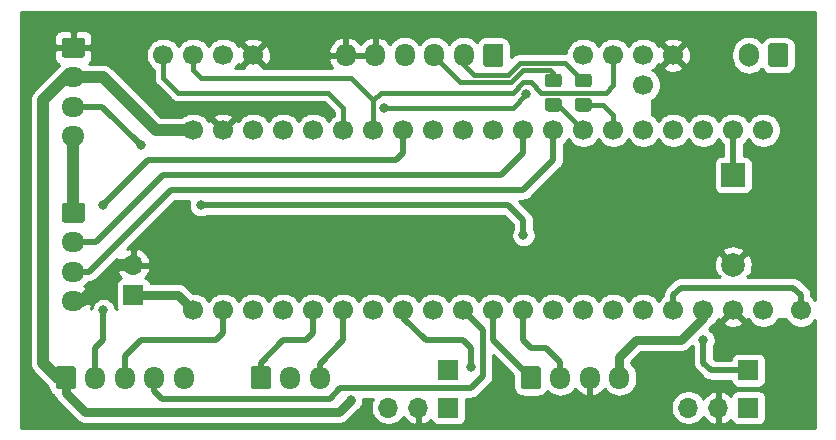
<source format=gbr>
G04 #@! TF.GenerationSoftware,KiCad,Pcbnew,5.1.5-52549c5~86~ubuntu19.04.1*
G04 #@! TF.CreationDate,2020-12-26T14:33:06+01:00*
G04 #@! TF.ProjectId,high-accuracy-logging-volt-ampmeter,68696768-2d61-4636-9375-726163792d6c,v1.0*
G04 #@! TF.SameCoordinates,Original*
G04 #@! TF.FileFunction,Copper,L1,Top*
G04 #@! TF.FilePolarity,Positive*
%FSLAX46Y46*%
G04 Gerber Fmt 4.6, Leading zero omitted, Abs format (unit mm)*
G04 Created by KiCad (PCBNEW 5.1.5-52549c5~86~ubuntu19.04.1) date 2020-12-26 14:33:06*
%MOMM*%
%LPD*%
G04 APERTURE LIST*
%ADD10C,1.700000*%
%ADD11O,1.700000X1.700000*%
%ADD12R,1.700000X1.700000*%
%ADD13C,2.000000*%
%ADD14R,2.000000X2.000000*%
%ADD15O,1.700000X1.950000*%
%ADD16C,0.100000*%
%ADD17O,1.950000X1.700000*%
%ADD18O,1.700000X2.000000*%
%ADD19C,0.800000*%
%ADD20C,1.016000*%
%ADD21C,0.508000*%
%ADD22C,0.381000*%
%ADD23C,0.762000*%
%ADD24C,0.254000*%
G04 APERTURE END LIST*
D10*
X127000000Y-76835000D03*
X124460000Y-76835000D03*
X121920000Y-76835000D03*
X119380000Y-76835000D03*
D11*
X116840000Y-94615000D03*
D12*
X116840000Y-97155000D03*
D13*
X167640000Y-94595000D03*
D14*
X167640000Y-86995000D03*
D10*
X170180000Y-98425000D03*
X167640000Y-98425000D03*
X165100000Y-98425000D03*
X162560000Y-98425000D03*
X160020000Y-98425000D03*
X157480000Y-98425000D03*
X154940000Y-98425000D03*
X152400000Y-98425000D03*
X149860000Y-98425000D03*
X147320000Y-98425000D03*
X144780000Y-98425000D03*
X142240000Y-98425000D03*
X139700000Y-98425000D03*
X137160000Y-98425000D03*
X134620000Y-98425000D03*
X132080000Y-98425000D03*
X129540000Y-98425000D03*
X127000000Y-98425000D03*
X124460000Y-98425000D03*
X121920000Y-98425000D03*
X121920000Y-83185000D03*
X124460000Y-83185000D03*
X127000000Y-83185000D03*
X129540000Y-83185000D03*
X132080000Y-83185000D03*
X134620000Y-83185000D03*
X137160000Y-83185000D03*
X139700000Y-83185000D03*
X142240000Y-83185000D03*
X144780000Y-83185000D03*
X147320000Y-83185000D03*
X149860000Y-83185000D03*
X152400000Y-83185000D03*
X154940000Y-83185000D03*
X157480000Y-83185000D03*
X160020000Y-83185000D03*
X162560000Y-83185000D03*
X165100000Y-83185000D03*
X167640000Y-83185000D03*
X170180000Y-83185000D03*
D15*
X157995000Y-104140000D03*
X155495000Y-104140000D03*
X152995000Y-104140000D03*
G04 #@! TA.AperFunction,ComponentPad*
D16*
G36*
X151119504Y-103166204D02*
G01*
X151143773Y-103169804D01*
X151167571Y-103175765D01*
X151190671Y-103184030D01*
X151212849Y-103194520D01*
X151233893Y-103207133D01*
X151253598Y-103221747D01*
X151271777Y-103238223D01*
X151288253Y-103256402D01*
X151302867Y-103276107D01*
X151315480Y-103297151D01*
X151325970Y-103319329D01*
X151334235Y-103342429D01*
X151340196Y-103366227D01*
X151343796Y-103390496D01*
X151345000Y-103415000D01*
X151345000Y-104865000D01*
X151343796Y-104889504D01*
X151340196Y-104913773D01*
X151334235Y-104937571D01*
X151325970Y-104960671D01*
X151315480Y-104982849D01*
X151302867Y-105003893D01*
X151288253Y-105023598D01*
X151271777Y-105041777D01*
X151253598Y-105058253D01*
X151233893Y-105072867D01*
X151212849Y-105085480D01*
X151190671Y-105095970D01*
X151167571Y-105104235D01*
X151143773Y-105110196D01*
X151119504Y-105113796D01*
X151095000Y-105115000D01*
X149895000Y-105115000D01*
X149870496Y-105113796D01*
X149846227Y-105110196D01*
X149822429Y-105104235D01*
X149799329Y-105095970D01*
X149777151Y-105085480D01*
X149756107Y-105072867D01*
X149736402Y-105058253D01*
X149718223Y-105041777D01*
X149701747Y-105023598D01*
X149687133Y-105003893D01*
X149674520Y-104982849D01*
X149664030Y-104960671D01*
X149655765Y-104937571D01*
X149649804Y-104913773D01*
X149646204Y-104889504D01*
X149645000Y-104865000D01*
X149645000Y-103415000D01*
X149646204Y-103390496D01*
X149649804Y-103366227D01*
X149655765Y-103342429D01*
X149664030Y-103319329D01*
X149674520Y-103297151D01*
X149687133Y-103276107D01*
X149701747Y-103256402D01*
X149718223Y-103238223D01*
X149736402Y-103221747D01*
X149756107Y-103207133D01*
X149777151Y-103194520D01*
X149799329Y-103184030D01*
X149822429Y-103175765D01*
X149846227Y-103169804D01*
X149870496Y-103166204D01*
X149895000Y-103165000D01*
X151095000Y-103165000D01*
X151119504Y-103166204D01*
G37*
G04 #@! TD.AperFunction*
D11*
X138430000Y-106680000D03*
X140970000Y-106680000D03*
D12*
X143510000Y-106680000D03*
D17*
X111760000Y-83700000D03*
X111760000Y-81200000D03*
X111760000Y-78700000D03*
G04 #@! TA.AperFunction,ComponentPad*
D16*
G36*
X112509504Y-75351204D02*
G01*
X112533773Y-75354804D01*
X112557571Y-75360765D01*
X112580671Y-75369030D01*
X112602849Y-75379520D01*
X112623893Y-75392133D01*
X112643598Y-75406747D01*
X112661777Y-75423223D01*
X112678253Y-75441402D01*
X112692867Y-75461107D01*
X112705480Y-75482151D01*
X112715970Y-75504329D01*
X112724235Y-75527429D01*
X112730196Y-75551227D01*
X112733796Y-75575496D01*
X112735000Y-75600000D01*
X112735000Y-76800000D01*
X112733796Y-76824504D01*
X112730196Y-76848773D01*
X112724235Y-76872571D01*
X112715970Y-76895671D01*
X112705480Y-76917849D01*
X112692867Y-76938893D01*
X112678253Y-76958598D01*
X112661777Y-76976777D01*
X112643598Y-76993253D01*
X112623893Y-77007867D01*
X112602849Y-77020480D01*
X112580671Y-77030970D01*
X112557571Y-77039235D01*
X112533773Y-77045196D01*
X112509504Y-77048796D01*
X112485000Y-77050000D01*
X111035000Y-77050000D01*
X111010496Y-77048796D01*
X110986227Y-77045196D01*
X110962429Y-77039235D01*
X110939329Y-77030970D01*
X110917151Y-77020480D01*
X110896107Y-77007867D01*
X110876402Y-76993253D01*
X110858223Y-76976777D01*
X110841747Y-76958598D01*
X110827133Y-76938893D01*
X110814520Y-76917849D01*
X110804030Y-76895671D01*
X110795765Y-76872571D01*
X110789804Y-76848773D01*
X110786204Y-76824504D01*
X110785000Y-76800000D01*
X110785000Y-75600000D01*
X110786204Y-75575496D01*
X110789804Y-75551227D01*
X110795765Y-75527429D01*
X110804030Y-75504329D01*
X110814520Y-75482151D01*
X110827133Y-75461107D01*
X110841747Y-75441402D01*
X110858223Y-75423223D01*
X110876402Y-75406747D01*
X110896107Y-75392133D01*
X110917151Y-75379520D01*
X110939329Y-75369030D01*
X110962429Y-75360765D01*
X110986227Y-75354804D01*
X111010496Y-75351204D01*
X111035000Y-75350000D01*
X112485000Y-75350000D01*
X112509504Y-75351204D01*
G37*
G04 #@! TD.AperFunction*
D10*
X162560000Y-76835000D03*
X160020000Y-76835000D03*
X157480000Y-76835000D03*
X154940000Y-76835000D03*
D15*
X121125000Y-104140000D03*
X118625000Y-104140000D03*
X116125000Y-104140000D03*
X113625000Y-104140000D03*
G04 #@! TA.AperFunction,ComponentPad*
D16*
G36*
X111749504Y-103166204D02*
G01*
X111773773Y-103169804D01*
X111797571Y-103175765D01*
X111820671Y-103184030D01*
X111842849Y-103194520D01*
X111863893Y-103207133D01*
X111883598Y-103221747D01*
X111901777Y-103238223D01*
X111918253Y-103256402D01*
X111932867Y-103276107D01*
X111945480Y-103297151D01*
X111955970Y-103319329D01*
X111964235Y-103342429D01*
X111970196Y-103366227D01*
X111973796Y-103390496D01*
X111975000Y-103415000D01*
X111975000Y-104865000D01*
X111973796Y-104889504D01*
X111970196Y-104913773D01*
X111964235Y-104937571D01*
X111955970Y-104960671D01*
X111945480Y-104982849D01*
X111932867Y-105003893D01*
X111918253Y-105023598D01*
X111901777Y-105041777D01*
X111883598Y-105058253D01*
X111863893Y-105072867D01*
X111842849Y-105085480D01*
X111820671Y-105095970D01*
X111797571Y-105104235D01*
X111773773Y-105110196D01*
X111749504Y-105113796D01*
X111725000Y-105115000D01*
X110525000Y-105115000D01*
X110500496Y-105113796D01*
X110476227Y-105110196D01*
X110452429Y-105104235D01*
X110429329Y-105095970D01*
X110407151Y-105085480D01*
X110386107Y-105072867D01*
X110366402Y-105058253D01*
X110348223Y-105041777D01*
X110331747Y-105023598D01*
X110317133Y-105003893D01*
X110304520Y-104982849D01*
X110294030Y-104960671D01*
X110285765Y-104937571D01*
X110279804Y-104913773D01*
X110276204Y-104889504D01*
X110275000Y-104865000D01*
X110275000Y-103415000D01*
X110276204Y-103390496D01*
X110279804Y-103366227D01*
X110285765Y-103342429D01*
X110294030Y-103319329D01*
X110304520Y-103297151D01*
X110317133Y-103276107D01*
X110331747Y-103256402D01*
X110348223Y-103238223D01*
X110366402Y-103221747D01*
X110386107Y-103207133D01*
X110407151Y-103194520D01*
X110429329Y-103184030D01*
X110452429Y-103175765D01*
X110476227Y-103169804D01*
X110500496Y-103166204D01*
X110525000Y-103165000D01*
X111725000Y-103165000D01*
X111749504Y-103166204D01*
G37*
G04 #@! TD.AperFunction*
D18*
X168950000Y-76835000D03*
G04 #@! TA.AperFunction,ComponentPad*
D16*
G36*
X172074504Y-75836204D02*
G01*
X172098773Y-75839804D01*
X172122571Y-75845765D01*
X172145671Y-75854030D01*
X172167849Y-75864520D01*
X172188893Y-75877133D01*
X172208598Y-75891747D01*
X172226777Y-75908223D01*
X172243253Y-75926402D01*
X172257867Y-75946107D01*
X172270480Y-75967151D01*
X172280970Y-75989329D01*
X172289235Y-76012429D01*
X172295196Y-76036227D01*
X172298796Y-76060496D01*
X172300000Y-76085000D01*
X172300000Y-77585000D01*
X172298796Y-77609504D01*
X172295196Y-77633773D01*
X172289235Y-77657571D01*
X172280970Y-77680671D01*
X172270480Y-77702849D01*
X172257867Y-77723893D01*
X172243253Y-77743598D01*
X172226777Y-77761777D01*
X172208598Y-77778253D01*
X172188893Y-77792867D01*
X172167849Y-77805480D01*
X172145671Y-77815970D01*
X172122571Y-77824235D01*
X172098773Y-77830196D01*
X172074504Y-77833796D01*
X172050000Y-77835000D01*
X170850000Y-77835000D01*
X170825496Y-77833796D01*
X170801227Y-77830196D01*
X170777429Y-77824235D01*
X170754329Y-77815970D01*
X170732151Y-77805480D01*
X170711107Y-77792867D01*
X170691402Y-77778253D01*
X170673223Y-77761777D01*
X170656747Y-77743598D01*
X170642133Y-77723893D01*
X170629520Y-77702849D01*
X170619030Y-77680671D01*
X170610765Y-77657571D01*
X170604804Y-77633773D01*
X170601204Y-77609504D01*
X170600000Y-77585000D01*
X170600000Y-76085000D01*
X170601204Y-76060496D01*
X170604804Y-76036227D01*
X170610765Y-76012429D01*
X170619030Y-75989329D01*
X170629520Y-75967151D01*
X170642133Y-75946107D01*
X170656747Y-75926402D01*
X170673223Y-75908223D01*
X170691402Y-75891747D01*
X170711107Y-75877133D01*
X170732151Y-75864520D01*
X170754329Y-75854030D01*
X170777429Y-75845765D01*
X170801227Y-75839804D01*
X170825496Y-75836204D01*
X170850000Y-75835000D01*
X172050000Y-75835000D01*
X172074504Y-75836204D01*
G37*
G04 #@! TD.AperFunction*
D12*
X168910000Y-103505000D03*
X143510000Y-103505000D03*
D10*
X173355000Y-98425000D03*
G04 #@! TA.AperFunction,SMDPad,CuDef*
D16*
G36*
X152874505Y-80461204D02*
G01*
X152898773Y-80464804D01*
X152922572Y-80470765D01*
X152945671Y-80479030D01*
X152967850Y-80489520D01*
X152988893Y-80502132D01*
X153008599Y-80516747D01*
X153026777Y-80533223D01*
X153043253Y-80551401D01*
X153057868Y-80571107D01*
X153070480Y-80592150D01*
X153080970Y-80614329D01*
X153089235Y-80637428D01*
X153095196Y-80661227D01*
X153098796Y-80685495D01*
X153100000Y-80709999D01*
X153100000Y-81360001D01*
X153098796Y-81384505D01*
X153095196Y-81408773D01*
X153089235Y-81432572D01*
X153080970Y-81455671D01*
X153070480Y-81477850D01*
X153057868Y-81498893D01*
X153043253Y-81518599D01*
X153026777Y-81536777D01*
X153008599Y-81553253D01*
X152988893Y-81567868D01*
X152967850Y-81580480D01*
X152945671Y-81590970D01*
X152922572Y-81599235D01*
X152898773Y-81605196D01*
X152874505Y-81608796D01*
X152850001Y-81610000D01*
X151949999Y-81610000D01*
X151925495Y-81608796D01*
X151901227Y-81605196D01*
X151877428Y-81599235D01*
X151854329Y-81590970D01*
X151832150Y-81580480D01*
X151811107Y-81567868D01*
X151791401Y-81553253D01*
X151773223Y-81536777D01*
X151756747Y-81518599D01*
X151742132Y-81498893D01*
X151729520Y-81477850D01*
X151719030Y-81455671D01*
X151710765Y-81432572D01*
X151704804Y-81408773D01*
X151701204Y-81384505D01*
X151700000Y-81360001D01*
X151700000Y-80709999D01*
X151701204Y-80685495D01*
X151704804Y-80661227D01*
X151710765Y-80637428D01*
X151719030Y-80614329D01*
X151729520Y-80592150D01*
X151742132Y-80571107D01*
X151756747Y-80551401D01*
X151773223Y-80533223D01*
X151791401Y-80516747D01*
X151811107Y-80502132D01*
X151832150Y-80489520D01*
X151854329Y-80479030D01*
X151877428Y-80470765D01*
X151901227Y-80464804D01*
X151925495Y-80461204D01*
X151949999Y-80460000D01*
X152850001Y-80460000D01*
X152874505Y-80461204D01*
G37*
G04 #@! TD.AperFunction*
G04 #@! TA.AperFunction,SMDPad,CuDef*
G36*
X152874505Y-78411204D02*
G01*
X152898773Y-78414804D01*
X152922572Y-78420765D01*
X152945671Y-78429030D01*
X152967850Y-78439520D01*
X152988893Y-78452132D01*
X153008599Y-78466747D01*
X153026777Y-78483223D01*
X153043253Y-78501401D01*
X153057868Y-78521107D01*
X153070480Y-78542150D01*
X153080970Y-78564329D01*
X153089235Y-78587428D01*
X153095196Y-78611227D01*
X153098796Y-78635495D01*
X153100000Y-78659999D01*
X153100000Y-79310001D01*
X153098796Y-79334505D01*
X153095196Y-79358773D01*
X153089235Y-79382572D01*
X153080970Y-79405671D01*
X153070480Y-79427850D01*
X153057868Y-79448893D01*
X153043253Y-79468599D01*
X153026777Y-79486777D01*
X153008599Y-79503253D01*
X152988893Y-79517868D01*
X152967850Y-79530480D01*
X152945671Y-79540970D01*
X152922572Y-79549235D01*
X152898773Y-79555196D01*
X152874505Y-79558796D01*
X152850001Y-79560000D01*
X151949999Y-79560000D01*
X151925495Y-79558796D01*
X151901227Y-79555196D01*
X151877428Y-79549235D01*
X151854329Y-79540970D01*
X151832150Y-79530480D01*
X151811107Y-79517868D01*
X151791401Y-79503253D01*
X151773223Y-79486777D01*
X151756747Y-79468599D01*
X151742132Y-79448893D01*
X151729520Y-79427850D01*
X151719030Y-79405671D01*
X151710765Y-79382572D01*
X151704804Y-79358773D01*
X151701204Y-79334505D01*
X151700000Y-79310001D01*
X151700000Y-78659999D01*
X151701204Y-78635495D01*
X151704804Y-78611227D01*
X151710765Y-78587428D01*
X151719030Y-78564329D01*
X151729520Y-78542150D01*
X151742132Y-78521107D01*
X151756747Y-78501401D01*
X151773223Y-78483223D01*
X151791401Y-78466747D01*
X151811107Y-78452132D01*
X151832150Y-78439520D01*
X151854329Y-78429030D01*
X151877428Y-78420765D01*
X151901227Y-78414804D01*
X151925495Y-78411204D01*
X151949999Y-78410000D01*
X152850001Y-78410000D01*
X152874505Y-78411204D01*
G37*
G04 #@! TD.AperFunction*
G04 #@! TA.AperFunction,SMDPad,CuDef*
G36*
X155414505Y-78411204D02*
G01*
X155438773Y-78414804D01*
X155462572Y-78420765D01*
X155485671Y-78429030D01*
X155507850Y-78439520D01*
X155528893Y-78452132D01*
X155548599Y-78466747D01*
X155566777Y-78483223D01*
X155583253Y-78501401D01*
X155597868Y-78521107D01*
X155610480Y-78542150D01*
X155620970Y-78564329D01*
X155629235Y-78587428D01*
X155635196Y-78611227D01*
X155638796Y-78635495D01*
X155640000Y-78659999D01*
X155640000Y-79310001D01*
X155638796Y-79334505D01*
X155635196Y-79358773D01*
X155629235Y-79382572D01*
X155620970Y-79405671D01*
X155610480Y-79427850D01*
X155597868Y-79448893D01*
X155583253Y-79468599D01*
X155566777Y-79486777D01*
X155548599Y-79503253D01*
X155528893Y-79517868D01*
X155507850Y-79530480D01*
X155485671Y-79540970D01*
X155462572Y-79549235D01*
X155438773Y-79555196D01*
X155414505Y-79558796D01*
X155390001Y-79560000D01*
X154489999Y-79560000D01*
X154465495Y-79558796D01*
X154441227Y-79555196D01*
X154417428Y-79549235D01*
X154394329Y-79540970D01*
X154372150Y-79530480D01*
X154351107Y-79517868D01*
X154331401Y-79503253D01*
X154313223Y-79486777D01*
X154296747Y-79468599D01*
X154282132Y-79448893D01*
X154269520Y-79427850D01*
X154259030Y-79405671D01*
X154250765Y-79382572D01*
X154244804Y-79358773D01*
X154241204Y-79334505D01*
X154240000Y-79310001D01*
X154240000Y-78659999D01*
X154241204Y-78635495D01*
X154244804Y-78611227D01*
X154250765Y-78587428D01*
X154259030Y-78564329D01*
X154269520Y-78542150D01*
X154282132Y-78521107D01*
X154296747Y-78501401D01*
X154313223Y-78483223D01*
X154331401Y-78466747D01*
X154351107Y-78452132D01*
X154372150Y-78439520D01*
X154394329Y-78429030D01*
X154417428Y-78420765D01*
X154441227Y-78414804D01*
X154465495Y-78411204D01*
X154489999Y-78410000D01*
X155390001Y-78410000D01*
X155414505Y-78411204D01*
G37*
G04 #@! TD.AperFunction*
G04 #@! TA.AperFunction,SMDPad,CuDef*
G36*
X155414505Y-80461204D02*
G01*
X155438773Y-80464804D01*
X155462572Y-80470765D01*
X155485671Y-80479030D01*
X155507850Y-80489520D01*
X155528893Y-80502132D01*
X155548599Y-80516747D01*
X155566777Y-80533223D01*
X155583253Y-80551401D01*
X155597868Y-80571107D01*
X155610480Y-80592150D01*
X155620970Y-80614329D01*
X155629235Y-80637428D01*
X155635196Y-80661227D01*
X155638796Y-80685495D01*
X155640000Y-80709999D01*
X155640000Y-81360001D01*
X155638796Y-81384505D01*
X155635196Y-81408773D01*
X155629235Y-81432572D01*
X155620970Y-81455671D01*
X155610480Y-81477850D01*
X155597868Y-81498893D01*
X155583253Y-81518599D01*
X155566777Y-81536777D01*
X155548599Y-81553253D01*
X155528893Y-81567868D01*
X155507850Y-81580480D01*
X155485671Y-81590970D01*
X155462572Y-81599235D01*
X155438773Y-81605196D01*
X155414505Y-81608796D01*
X155390001Y-81610000D01*
X154489999Y-81610000D01*
X154465495Y-81608796D01*
X154441227Y-81605196D01*
X154417428Y-81599235D01*
X154394329Y-81590970D01*
X154372150Y-81580480D01*
X154351107Y-81567868D01*
X154331401Y-81553253D01*
X154313223Y-81536777D01*
X154296747Y-81518599D01*
X154282132Y-81498893D01*
X154269520Y-81477850D01*
X154259030Y-81455671D01*
X154250765Y-81432572D01*
X154244804Y-81408773D01*
X154241204Y-81384505D01*
X154240000Y-81360001D01*
X154240000Y-80709999D01*
X154241204Y-80685495D01*
X154244804Y-80661227D01*
X154250765Y-80637428D01*
X154259030Y-80614329D01*
X154269520Y-80592150D01*
X154282132Y-80571107D01*
X154296747Y-80551401D01*
X154313223Y-80533223D01*
X154331401Y-80516747D01*
X154351107Y-80502132D01*
X154372150Y-80489520D01*
X154394329Y-80479030D01*
X154417428Y-80470765D01*
X154441227Y-80464804D01*
X154465495Y-80461204D01*
X154489999Y-80460000D01*
X155390001Y-80460000D01*
X155414505Y-80461204D01*
G37*
G04 #@! TD.AperFunction*
D15*
X134820000Y-76835000D03*
X137320000Y-76835000D03*
X139820000Y-76835000D03*
X142320000Y-76835000D03*
X144820000Y-76835000D03*
G04 #@! TA.AperFunction,ComponentPad*
D16*
G36*
X147944504Y-75861204D02*
G01*
X147968773Y-75864804D01*
X147992571Y-75870765D01*
X148015671Y-75879030D01*
X148037849Y-75889520D01*
X148058893Y-75902133D01*
X148078598Y-75916747D01*
X148096777Y-75933223D01*
X148113253Y-75951402D01*
X148127867Y-75971107D01*
X148140480Y-75992151D01*
X148150970Y-76014329D01*
X148159235Y-76037429D01*
X148165196Y-76061227D01*
X148168796Y-76085496D01*
X148170000Y-76110000D01*
X148170000Y-77560000D01*
X148168796Y-77584504D01*
X148165196Y-77608773D01*
X148159235Y-77632571D01*
X148150970Y-77655671D01*
X148140480Y-77677849D01*
X148127867Y-77698893D01*
X148113253Y-77718598D01*
X148096777Y-77736777D01*
X148078598Y-77753253D01*
X148058893Y-77767867D01*
X148037849Y-77780480D01*
X148015671Y-77790970D01*
X147992571Y-77799235D01*
X147968773Y-77805196D01*
X147944504Y-77808796D01*
X147920000Y-77810000D01*
X146720000Y-77810000D01*
X146695496Y-77808796D01*
X146671227Y-77805196D01*
X146647429Y-77799235D01*
X146624329Y-77790970D01*
X146602151Y-77780480D01*
X146581107Y-77767867D01*
X146561402Y-77753253D01*
X146543223Y-77736777D01*
X146526747Y-77718598D01*
X146512133Y-77698893D01*
X146499520Y-77677849D01*
X146489030Y-77655671D01*
X146480765Y-77632571D01*
X146474804Y-77608773D01*
X146471204Y-77584504D01*
X146470000Y-77560000D01*
X146470000Y-76110000D01*
X146471204Y-76085496D01*
X146474804Y-76061227D01*
X146480765Y-76037429D01*
X146489030Y-76014329D01*
X146499520Y-75992151D01*
X146512133Y-75971107D01*
X146526747Y-75951402D01*
X146543223Y-75933223D01*
X146561402Y-75916747D01*
X146581107Y-75902133D01*
X146602151Y-75889520D01*
X146624329Y-75879030D01*
X146647429Y-75870765D01*
X146671227Y-75864804D01*
X146695496Y-75861204D01*
X146720000Y-75860000D01*
X147920000Y-75860000D01*
X147944504Y-75861204D01*
G37*
G04 #@! TD.AperFunction*
D15*
X132635000Y-104140000D03*
X130135000Y-104140000D03*
G04 #@! TA.AperFunction,ComponentPad*
D16*
G36*
X128259504Y-103166204D02*
G01*
X128283773Y-103169804D01*
X128307571Y-103175765D01*
X128330671Y-103184030D01*
X128352849Y-103194520D01*
X128373893Y-103207133D01*
X128393598Y-103221747D01*
X128411777Y-103238223D01*
X128428253Y-103256402D01*
X128442867Y-103276107D01*
X128455480Y-103297151D01*
X128465970Y-103319329D01*
X128474235Y-103342429D01*
X128480196Y-103366227D01*
X128483796Y-103390496D01*
X128485000Y-103415000D01*
X128485000Y-104865000D01*
X128483796Y-104889504D01*
X128480196Y-104913773D01*
X128474235Y-104937571D01*
X128465970Y-104960671D01*
X128455480Y-104982849D01*
X128442867Y-105003893D01*
X128428253Y-105023598D01*
X128411777Y-105041777D01*
X128393598Y-105058253D01*
X128373893Y-105072867D01*
X128352849Y-105085480D01*
X128330671Y-105095970D01*
X128307571Y-105104235D01*
X128283773Y-105110196D01*
X128259504Y-105113796D01*
X128235000Y-105115000D01*
X127035000Y-105115000D01*
X127010496Y-105113796D01*
X126986227Y-105110196D01*
X126962429Y-105104235D01*
X126939329Y-105095970D01*
X126917151Y-105085480D01*
X126896107Y-105072867D01*
X126876402Y-105058253D01*
X126858223Y-105041777D01*
X126841747Y-105023598D01*
X126827133Y-105003893D01*
X126814520Y-104982849D01*
X126804030Y-104960671D01*
X126795765Y-104937571D01*
X126789804Y-104913773D01*
X126786204Y-104889504D01*
X126785000Y-104865000D01*
X126785000Y-103415000D01*
X126786204Y-103390496D01*
X126789804Y-103366227D01*
X126795765Y-103342429D01*
X126804030Y-103319329D01*
X126814520Y-103297151D01*
X126827133Y-103276107D01*
X126841747Y-103256402D01*
X126858223Y-103238223D01*
X126876402Y-103221747D01*
X126896107Y-103207133D01*
X126917151Y-103194520D01*
X126939329Y-103184030D01*
X126962429Y-103175765D01*
X126986227Y-103169804D01*
X127010496Y-103166204D01*
X127035000Y-103165000D01*
X128235000Y-103165000D01*
X128259504Y-103166204D01*
G37*
G04 #@! TD.AperFunction*
D11*
X163830000Y-106680000D03*
X166370000Y-106680000D03*
D12*
X168910000Y-106680000D03*
D10*
X160020000Y-79375000D03*
D17*
X111760000Y-97670000D03*
X111760000Y-95170000D03*
X111760000Y-92670000D03*
G04 #@! TA.AperFunction,ComponentPad*
D16*
G36*
X112509504Y-89321204D02*
G01*
X112533773Y-89324804D01*
X112557571Y-89330765D01*
X112580671Y-89339030D01*
X112602849Y-89349520D01*
X112623893Y-89362133D01*
X112643598Y-89376747D01*
X112661777Y-89393223D01*
X112678253Y-89411402D01*
X112692867Y-89431107D01*
X112705480Y-89452151D01*
X112715970Y-89474329D01*
X112724235Y-89497429D01*
X112730196Y-89521227D01*
X112733796Y-89545496D01*
X112735000Y-89570000D01*
X112735000Y-90770000D01*
X112733796Y-90794504D01*
X112730196Y-90818773D01*
X112724235Y-90842571D01*
X112715970Y-90865671D01*
X112705480Y-90887849D01*
X112692867Y-90908893D01*
X112678253Y-90928598D01*
X112661777Y-90946777D01*
X112643598Y-90963253D01*
X112623893Y-90977867D01*
X112602849Y-90990480D01*
X112580671Y-91000970D01*
X112557571Y-91009235D01*
X112533773Y-91015196D01*
X112509504Y-91018796D01*
X112485000Y-91020000D01*
X111035000Y-91020000D01*
X111010496Y-91018796D01*
X110986227Y-91015196D01*
X110962429Y-91009235D01*
X110939329Y-91000970D01*
X110917151Y-90990480D01*
X110896107Y-90977867D01*
X110876402Y-90963253D01*
X110858223Y-90946777D01*
X110841747Y-90928598D01*
X110827133Y-90908893D01*
X110814520Y-90887849D01*
X110804030Y-90865671D01*
X110795765Y-90842571D01*
X110789804Y-90818773D01*
X110786204Y-90794504D01*
X110785000Y-90770000D01*
X110785000Y-89570000D01*
X110786204Y-89545496D01*
X110789804Y-89521227D01*
X110795765Y-89497429D01*
X110804030Y-89474329D01*
X110814520Y-89452151D01*
X110827133Y-89431107D01*
X110841747Y-89411402D01*
X110858223Y-89393223D01*
X110876402Y-89376747D01*
X110896107Y-89362133D01*
X110917151Y-89349520D01*
X110939329Y-89339030D01*
X110962429Y-89330765D01*
X110986227Y-89324804D01*
X111010496Y-89321204D01*
X111035000Y-89320000D01*
X112485000Y-89320000D01*
X112509504Y-89321204D01*
G37*
G04 #@! TD.AperFunction*
D19*
X172720000Y-83185000D03*
X133350000Y-90805000D03*
X151130000Y-90805000D03*
X171704000Y-99822000D03*
X109220000Y-106045000D03*
X145415000Y-103251000D03*
X135255000Y-106045000D03*
X138049000Y-81280000D03*
X150114000Y-80137000D03*
X149860000Y-92075000D03*
X122555000Y-89535000D03*
X117475000Y-84455000D03*
X165100000Y-100965000D03*
X114300000Y-89535000D03*
X114300000Y-98425000D03*
D20*
X111760000Y-97670000D02*
X112515000Y-97670000D01*
X115570000Y-94615000D02*
X116840000Y-94615000D01*
X112515000Y-97670000D02*
X115570000Y-94615000D01*
X111760000Y-90170000D02*
X111760000Y-83700000D01*
D21*
X152400000Y-85725000D02*
X152400000Y-83185000D01*
X149860000Y-88265000D02*
X152400000Y-85725000D01*
X120015000Y-88265000D02*
X149860000Y-88265000D01*
X111760000Y-95170000D02*
X113110000Y-95170000D01*
X113110000Y-95170000D02*
X120015000Y-88265000D01*
X149860000Y-85090000D02*
X149860000Y-83185000D01*
X119380000Y-86995000D02*
X147955000Y-86995000D01*
X147955000Y-86995000D02*
X149860000Y-85090000D01*
X111760000Y-92670000D02*
X113705000Y-92670000D01*
X113705000Y-92670000D02*
X119380000Y-86995000D01*
D22*
X154940000Y-81035000D02*
X156600000Y-81035000D01*
X157480000Y-81915000D02*
X157480000Y-83185000D01*
X156600000Y-81035000D02*
X157480000Y-81915000D01*
X152790000Y-81035000D02*
X154940000Y-83185000D01*
X152400000Y-81035000D02*
X152790000Y-81035000D01*
D21*
X141605000Y-100965000D02*
X139700000Y-99060000D01*
X139700000Y-99060000D02*
X139700000Y-98425000D01*
X144780000Y-100965000D02*
X141605000Y-100965000D01*
X145415000Y-103251000D02*
X145415000Y-101600000D01*
X145415000Y-101600000D02*
X144780000Y-100965000D01*
D20*
X118745000Y-83185000D02*
X121920000Y-83185000D01*
X111760000Y-78700000D02*
X114260000Y-78700000D01*
X114260000Y-78700000D02*
X118745000Y-83185000D01*
D23*
X157995000Y-102355000D02*
X157995000Y-104140000D01*
X165100000Y-98425000D02*
X165100000Y-99060000D01*
X159385000Y-100965000D02*
X157995000Y-102355000D01*
X163195000Y-100965000D02*
X159385000Y-100965000D01*
X165100000Y-99060000D02*
X163195000Y-100965000D01*
D20*
X110490000Y-104140000D02*
X111125000Y-104140000D01*
X109220000Y-102870000D02*
X110490000Y-104140000D01*
X109220000Y-80645000D02*
X109220000Y-102870000D01*
X111760000Y-78700000D02*
X111165000Y-78700000D01*
X111165000Y-78700000D02*
X109220000Y-80645000D01*
D23*
X134239000Y-107061000D02*
X135255000Y-106045000D01*
X112776000Y-107061000D02*
X134239000Y-107061000D01*
X111125000Y-104140000D02*
X111125000Y-105410000D01*
X111125000Y-105410000D02*
X112776000Y-107061000D01*
D22*
X119380000Y-76835000D02*
X119380000Y-78740000D01*
X119380000Y-78740000D02*
X120650000Y-80010000D01*
X120650000Y-80010000D02*
X133350000Y-80010000D01*
X134620000Y-81280000D02*
X134620000Y-83185000D01*
X133350000Y-80010000D02*
X134620000Y-81280000D01*
X138049000Y-81280000D02*
X148971000Y-81280000D01*
X148971000Y-81280000D02*
X150114000Y-80137000D01*
X150114000Y-80137000D02*
X150114000Y-80137000D01*
X121920000Y-76835000D02*
X121920000Y-78105000D01*
X121920000Y-78105000D02*
X122555000Y-78740000D01*
X122555000Y-78740000D02*
X135255000Y-78740000D01*
X137160000Y-80645000D02*
X137160000Y-83185000D01*
X135255000Y-78740000D02*
X137160000Y-80645000D01*
X157480000Y-76835000D02*
X157480000Y-79375000D01*
X157480000Y-79375000D02*
X156845000Y-80010000D01*
X137795000Y-80010000D02*
X137160000Y-80645000D01*
X137795000Y-80010000D02*
X148971000Y-80010000D01*
X148971000Y-80010000D02*
X149860000Y-79121000D01*
X149860000Y-79121000D02*
X150495000Y-79121000D01*
X151384000Y-80010000D02*
X156845000Y-80010000D01*
X150495000Y-79121000D02*
X151384000Y-80010000D01*
D21*
X149860000Y-90805000D02*
X149860000Y-92075000D01*
X148590000Y-89535000D02*
X149860000Y-90805000D01*
X122555000Y-89535000D02*
X148590000Y-89535000D01*
X114220000Y-81200000D02*
X111760000Y-81200000D01*
X117475000Y-84455000D02*
X114220000Y-81200000D01*
X152995000Y-104140000D02*
X152995000Y-102830000D01*
X152995000Y-102830000D02*
X151765000Y-101600000D01*
X151765000Y-101600000D02*
X150495000Y-101600000D01*
X149860000Y-100965000D02*
X149860000Y-98425000D01*
X150495000Y-101600000D02*
X149860000Y-100965000D01*
X150495000Y-104140000D02*
X147320000Y-100965000D01*
X147320000Y-100965000D02*
X147320000Y-98425000D01*
X168910000Y-103505000D02*
X165735000Y-103505000D01*
X165100000Y-102870000D02*
X165100000Y-100965000D01*
X165735000Y-103505000D02*
X165100000Y-102870000D01*
X146431000Y-100076000D02*
X144780000Y-98425000D01*
X146431000Y-104013000D02*
X146431000Y-100076000D01*
X118625000Y-105290000D02*
X119253000Y-105918000D01*
X145415000Y-105029000D02*
X146431000Y-104013000D01*
X118625000Y-104140000D02*
X118625000Y-105290000D01*
X119253000Y-105918000D02*
X133477000Y-105918000D01*
X134366000Y-105029000D02*
X145415000Y-105029000D01*
X133477000Y-105918000D02*
X134366000Y-105029000D01*
X116125000Y-104140000D02*
X116125000Y-102315000D01*
X116125000Y-102315000D02*
X117475000Y-100965000D01*
X117475000Y-100965000D02*
X123825000Y-100965000D01*
X124460000Y-100330000D02*
X124460000Y-98425000D01*
X123825000Y-100965000D02*
X124460000Y-100330000D01*
X139700000Y-83185000D02*
X139700000Y-84455000D01*
X139700000Y-84455000D02*
X139700000Y-85090000D01*
X139700000Y-85090000D02*
X139065000Y-85725000D01*
X139065000Y-85725000D02*
X118110000Y-85725000D01*
X118110000Y-85725000D02*
X114300000Y-89535000D01*
X114300000Y-89535000D02*
X114300000Y-89535000D01*
X114300000Y-89535000D02*
X114300000Y-89535000D01*
X113625000Y-104140000D02*
X113625000Y-101640000D01*
X114300000Y-100965000D02*
X114300000Y-98425000D01*
X113625000Y-101640000D02*
X114300000Y-100965000D01*
X167640000Y-86995000D02*
X167640000Y-83185000D01*
X127635000Y-104140000D02*
X127635000Y-102870000D01*
X127635000Y-102870000D02*
X129540000Y-100965000D01*
X129540000Y-100965000D02*
X131445000Y-100965000D01*
X132080000Y-100330000D02*
X132080000Y-98425000D01*
X131445000Y-100965000D02*
X132080000Y-100330000D01*
X132635000Y-104140000D02*
X132635000Y-102950000D01*
X134620000Y-100965000D02*
X134620000Y-98425000D01*
X132635000Y-102950000D02*
X134620000Y-100965000D01*
X162560000Y-98425000D02*
X162560000Y-97155000D01*
X162560000Y-97155000D02*
X163195000Y-96520000D01*
X163195000Y-96520000D02*
X172720000Y-96520000D01*
X173355000Y-97155000D02*
X173355000Y-98425000D01*
X172720000Y-96520000D02*
X173355000Y-97155000D01*
D23*
X168950000Y-76835000D02*
X168950000Y-76240000D01*
D22*
X152146000Y-78105000D02*
X152400000Y-78359000D01*
X142320000Y-76915000D02*
X144526000Y-79121000D01*
X144526000Y-79121000D02*
X148844000Y-79121000D01*
X152400000Y-78359000D02*
X152400000Y-78985000D01*
X142320000Y-76835000D02*
X142320000Y-76915000D01*
X148844000Y-79121000D02*
X149860000Y-78105000D01*
X149860000Y-78105000D02*
X152146000Y-78105000D01*
X153425000Y-77470000D02*
X154940000Y-78985000D01*
X144820000Y-77637000D02*
X145669000Y-78486000D01*
X149542500Y-77470000D02*
X153425000Y-77470000D01*
X144820000Y-76835000D02*
X144820000Y-77637000D01*
X145669000Y-78486000D02*
X148526500Y-78486000D01*
X148526500Y-78486000D02*
X149542500Y-77470000D01*
D23*
X120650000Y-97155000D02*
X121920000Y-98425000D01*
X116840000Y-97155000D02*
X120650000Y-97155000D01*
D24*
G36*
X174575001Y-97577931D02*
G01*
X174508475Y-97478368D01*
X174301632Y-97271525D01*
X174244000Y-97233017D01*
X174244000Y-97198660D01*
X174248300Y-97155000D01*
X174244000Y-97111340D01*
X174244000Y-97111333D01*
X174231136Y-96980726D01*
X174180303Y-96813149D01*
X174097753Y-96658709D01*
X174039568Y-96587810D01*
X174014495Y-96557259D01*
X174014494Y-96557258D01*
X173986659Y-96523341D01*
X173952742Y-96495506D01*
X173379498Y-95922263D01*
X173351659Y-95888341D01*
X173216291Y-95777247D01*
X173061851Y-95694697D01*
X172894274Y-95643864D01*
X172763667Y-95631000D01*
X172763660Y-95631000D01*
X172720000Y-95626700D01*
X172676340Y-95631000D01*
X168855608Y-95631000D01*
X168775415Y-95550807D01*
X169039814Y-95455044D01*
X169180704Y-95165429D01*
X169262384Y-94853892D01*
X169281718Y-94532405D01*
X169237961Y-94213325D01*
X169132795Y-93908912D01*
X169039814Y-93734956D01*
X168775413Y-93639192D01*
X167819605Y-94595000D01*
X167833748Y-94609143D01*
X167654143Y-94788748D01*
X167640000Y-94774605D01*
X167625858Y-94788748D01*
X167446253Y-94609143D01*
X167460395Y-94595000D01*
X166504587Y-93639192D01*
X166240186Y-93734956D01*
X166099296Y-94024571D01*
X166017616Y-94336108D01*
X165998282Y-94657595D01*
X166042039Y-94976675D01*
X166147205Y-95281088D01*
X166240186Y-95455044D01*
X166504585Y-95550807D01*
X166424392Y-95631000D01*
X163238660Y-95631000D01*
X163195000Y-95626700D01*
X163151340Y-95631000D01*
X163151333Y-95631000D01*
X163037325Y-95642229D01*
X163020725Y-95643864D01*
X162969892Y-95659284D01*
X162853149Y-95694697D01*
X162698709Y-95777247D01*
X162563341Y-95888341D01*
X162535505Y-95922259D01*
X161962259Y-96495506D01*
X161928342Y-96523341D01*
X161900507Y-96557258D01*
X161900505Y-96557260D01*
X161817248Y-96658709D01*
X161734698Y-96813148D01*
X161683864Y-96980726D01*
X161666700Y-97155000D01*
X161671001Y-97198669D01*
X161671001Y-97233016D01*
X161613368Y-97271525D01*
X161406525Y-97478368D01*
X161290000Y-97652760D01*
X161173475Y-97478368D01*
X160966632Y-97271525D01*
X160723411Y-97109010D01*
X160453158Y-96997068D01*
X160166260Y-96940000D01*
X159873740Y-96940000D01*
X159586842Y-96997068D01*
X159316589Y-97109010D01*
X159073368Y-97271525D01*
X158866525Y-97478368D01*
X158750000Y-97652760D01*
X158633475Y-97478368D01*
X158426632Y-97271525D01*
X158183411Y-97109010D01*
X157913158Y-96997068D01*
X157626260Y-96940000D01*
X157333740Y-96940000D01*
X157046842Y-96997068D01*
X156776589Y-97109010D01*
X156533368Y-97271525D01*
X156326525Y-97478368D01*
X156210000Y-97652760D01*
X156093475Y-97478368D01*
X155886632Y-97271525D01*
X155643411Y-97109010D01*
X155373158Y-96997068D01*
X155086260Y-96940000D01*
X154793740Y-96940000D01*
X154506842Y-96997068D01*
X154236589Y-97109010D01*
X153993368Y-97271525D01*
X153786525Y-97478368D01*
X153670000Y-97652760D01*
X153553475Y-97478368D01*
X153346632Y-97271525D01*
X153103411Y-97109010D01*
X152833158Y-96997068D01*
X152546260Y-96940000D01*
X152253740Y-96940000D01*
X151966842Y-96997068D01*
X151696589Y-97109010D01*
X151453368Y-97271525D01*
X151246525Y-97478368D01*
X151130000Y-97652760D01*
X151013475Y-97478368D01*
X150806632Y-97271525D01*
X150563411Y-97109010D01*
X150293158Y-96997068D01*
X150006260Y-96940000D01*
X149713740Y-96940000D01*
X149426842Y-96997068D01*
X149156589Y-97109010D01*
X148913368Y-97271525D01*
X148706525Y-97478368D01*
X148590000Y-97652760D01*
X148473475Y-97478368D01*
X148266632Y-97271525D01*
X148023411Y-97109010D01*
X147753158Y-96997068D01*
X147466260Y-96940000D01*
X147173740Y-96940000D01*
X146886842Y-96997068D01*
X146616589Y-97109010D01*
X146373368Y-97271525D01*
X146166525Y-97478368D01*
X146050000Y-97652760D01*
X145933475Y-97478368D01*
X145726632Y-97271525D01*
X145483411Y-97109010D01*
X145213158Y-96997068D01*
X144926260Y-96940000D01*
X144633740Y-96940000D01*
X144346842Y-96997068D01*
X144076589Y-97109010D01*
X143833368Y-97271525D01*
X143626525Y-97478368D01*
X143510000Y-97652760D01*
X143393475Y-97478368D01*
X143186632Y-97271525D01*
X142943411Y-97109010D01*
X142673158Y-96997068D01*
X142386260Y-96940000D01*
X142093740Y-96940000D01*
X141806842Y-96997068D01*
X141536589Y-97109010D01*
X141293368Y-97271525D01*
X141086525Y-97478368D01*
X140970000Y-97652760D01*
X140853475Y-97478368D01*
X140646632Y-97271525D01*
X140403411Y-97109010D01*
X140133158Y-96997068D01*
X139846260Y-96940000D01*
X139553740Y-96940000D01*
X139266842Y-96997068D01*
X138996589Y-97109010D01*
X138753368Y-97271525D01*
X138546525Y-97478368D01*
X138430000Y-97652760D01*
X138313475Y-97478368D01*
X138106632Y-97271525D01*
X137863411Y-97109010D01*
X137593158Y-96997068D01*
X137306260Y-96940000D01*
X137013740Y-96940000D01*
X136726842Y-96997068D01*
X136456589Y-97109010D01*
X136213368Y-97271525D01*
X136006525Y-97478368D01*
X135890000Y-97652760D01*
X135773475Y-97478368D01*
X135566632Y-97271525D01*
X135323411Y-97109010D01*
X135053158Y-96997068D01*
X134766260Y-96940000D01*
X134473740Y-96940000D01*
X134186842Y-96997068D01*
X133916589Y-97109010D01*
X133673368Y-97271525D01*
X133466525Y-97478368D01*
X133350000Y-97652760D01*
X133233475Y-97478368D01*
X133026632Y-97271525D01*
X132783411Y-97109010D01*
X132513158Y-96997068D01*
X132226260Y-96940000D01*
X131933740Y-96940000D01*
X131646842Y-96997068D01*
X131376589Y-97109010D01*
X131133368Y-97271525D01*
X130926525Y-97478368D01*
X130810000Y-97652760D01*
X130693475Y-97478368D01*
X130486632Y-97271525D01*
X130243411Y-97109010D01*
X129973158Y-96997068D01*
X129686260Y-96940000D01*
X129393740Y-96940000D01*
X129106842Y-96997068D01*
X128836589Y-97109010D01*
X128593368Y-97271525D01*
X128386525Y-97478368D01*
X128270000Y-97652760D01*
X128153475Y-97478368D01*
X127946632Y-97271525D01*
X127703411Y-97109010D01*
X127433158Y-96997068D01*
X127146260Y-96940000D01*
X126853740Y-96940000D01*
X126566842Y-96997068D01*
X126296589Y-97109010D01*
X126053368Y-97271525D01*
X125846525Y-97478368D01*
X125730000Y-97652760D01*
X125613475Y-97478368D01*
X125406632Y-97271525D01*
X125163411Y-97109010D01*
X124893158Y-96997068D01*
X124606260Y-96940000D01*
X124313740Y-96940000D01*
X124026842Y-96997068D01*
X123756589Y-97109010D01*
X123513368Y-97271525D01*
X123306525Y-97478368D01*
X123190000Y-97652760D01*
X123073475Y-97478368D01*
X122866632Y-97271525D01*
X122623411Y-97109010D01*
X122353158Y-96997068D01*
X122066260Y-96940000D01*
X121871840Y-96940000D01*
X121403712Y-96471872D01*
X121371896Y-96433104D01*
X121217190Y-96306140D01*
X121040687Y-96211798D01*
X120849171Y-96153702D01*
X120699902Y-96139000D01*
X120650000Y-96134085D01*
X120600098Y-96139000D01*
X118303218Y-96139000D01*
X118279502Y-96060820D01*
X118220537Y-95950506D01*
X118141185Y-95853815D01*
X118044494Y-95774463D01*
X117934180Y-95715498D01*
X117853534Y-95691034D01*
X117937588Y-95615269D01*
X118111641Y-95381920D01*
X118236825Y-95119099D01*
X118281476Y-94971890D01*
X118160155Y-94742000D01*
X116967000Y-94742000D01*
X116967000Y-94762000D01*
X116713000Y-94762000D01*
X116713000Y-94742000D01*
X115519845Y-94742000D01*
X115398524Y-94971890D01*
X115443175Y-95119099D01*
X115568359Y-95381920D01*
X115742412Y-95615269D01*
X115826466Y-95691034D01*
X115745820Y-95715498D01*
X115635506Y-95774463D01*
X115538815Y-95853815D01*
X115459463Y-95950506D01*
X115400498Y-96060820D01*
X115364188Y-96180518D01*
X115351928Y-96305000D01*
X115351928Y-98005000D01*
X115364188Y-98129482D01*
X115400498Y-98249180D01*
X115426593Y-98298000D01*
X115330015Y-98298000D01*
X115295226Y-98123102D01*
X115217205Y-97934744D01*
X115103937Y-97765226D01*
X114959774Y-97621063D01*
X114790256Y-97507795D01*
X114601898Y-97429774D01*
X114401939Y-97390000D01*
X114198061Y-97390000D01*
X113998102Y-97429774D01*
X113809744Y-97507795D01*
X113640226Y-97621063D01*
X113496063Y-97765226D01*
X113382795Y-97934744D01*
X113304774Y-98123102D01*
X113269985Y-98298000D01*
X113229595Y-98298000D01*
X113234352Y-98289858D01*
X113326476Y-98026890D01*
X113205155Y-97797000D01*
X111887000Y-97797000D01*
X111887000Y-97817000D01*
X111633000Y-97817000D01*
X111633000Y-97797000D01*
X111613000Y-97797000D01*
X111613000Y-97543000D01*
X111633000Y-97543000D01*
X111633000Y-97523000D01*
X111887000Y-97523000D01*
X111887000Y-97543000D01*
X113205155Y-97543000D01*
X113326476Y-97313110D01*
X113234352Y-97050142D01*
X113087496Y-96798807D01*
X112894429Y-96580951D01*
X112688278Y-96424462D01*
X112714014Y-96410706D01*
X112940134Y-96225134D01*
X113075719Y-96059924D01*
X113110000Y-96063300D01*
X113153660Y-96059000D01*
X113153667Y-96059000D01*
X113284274Y-96046136D01*
X113451851Y-95995303D01*
X113606291Y-95912753D01*
X113741659Y-95801659D01*
X113769499Y-95767736D01*
X115458492Y-94078743D01*
X115443175Y-94110901D01*
X115398524Y-94258110D01*
X115519845Y-94488000D01*
X116713000Y-94488000D01*
X116713000Y-93294186D01*
X116967000Y-93294186D01*
X116967000Y-94488000D01*
X118160155Y-94488000D01*
X118281476Y-94258110D01*
X118236825Y-94110901D01*
X118111641Y-93848080D01*
X117937588Y-93614731D01*
X117765471Y-93459587D01*
X166684192Y-93459587D01*
X167640000Y-94415395D01*
X168595808Y-93459587D01*
X168500044Y-93195186D01*
X168210429Y-93054296D01*
X167898892Y-92972616D01*
X167577405Y-92953282D01*
X167258325Y-92997039D01*
X166953912Y-93102205D01*
X166779956Y-93195186D01*
X166684192Y-93459587D01*
X117765471Y-93459587D01*
X117721355Y-93419822D01*
X117471252Y-93270843D01*
X117196891Y-93173519D01*
X116967000Y-93294186D01*
X116713000Y-93294186D01*
X116483109Y-93173519D01*
X116298082Y-93239154D01*
X120383236Y-89154000D01*
X121592539Y-89154000D01*
X121559774Y-89233102D01*
X121520000Y-89433061D01*
X121520000Y-89636939D01*
X121559774Y-89836898D01*
X121637795Y-90025256D01*
X121751063Y-90194774D01*
X121895226Y-90338937D01*
X122064744Y-90452205D01*
X122253102Y-90530226D01*
X122453061Y-90570000D01*
X122656939Y-90570000D01*
X122856898Y-90530226D01*
X123045256Y-90452205D01*
X123087468Y-90424000D01*
X148221765Y-90424000D01*
X148971000Y-91173236D01*
X148971001Y-91542531D01*
X148942795Y-91584744D01*
X148864774Y-91773102D01*
X148825000Y-91973061D01*
X148825000Y-92176939D01*
X148864774Y-92376898D01*
X148942795Y-92565256D01*
X149056063Y-92734774D01*
X149200226Y-92878937D01*
X149369744Y-92992205D01*
X149558102Y-93070226D01*
X149758061Y-93110000D01*
X149961939Y-93110000D01*
X150161898Y-93070226D01*
X150350256Y-92992205D01*
X150519774Y-92878937D01*
X150663937Y-92734774D01*
X150777205Y-92565256D01*
X150855226Y-92376898D01*
X150895000Y-92176939D01*
X150895000Y-91973061D01*
X150855226Y-91773102D01*
X150777205Y-91584744D01*
X150749000Y-91542532D01*
X150749000Y-90848659D01*
X150753300Y-90804999D01*
X150749000Y-90761334D01*
X150749000Y-90761333D01*
X150736136Y-90630726D01*
X150736136Y-90630724D01*
X150685302Y-90463147D01*
X150657501Y-90411136D01*
X150602753Y-90308709D01*
X150491659Y-90173341D01*
X150457743Y-90145507D01*
X149466235Y-89154000D01*
X149816340Y-89154000D01*
X149860000Y-89158300D01*
X149903660Y-89154000D01*
X149903667Y-89154000D01*
X150034274Y-89141136D01*
X150201851Y-89090303D01*
X150356291Y-89007753D01*
X150491659Y-88896659D01*
X150519499Y-88862736D01*
X152997743Y-86384493D01*
X153031659Y-86356659D01*
X153142753Y-86221291D01*
X153225303Y-86066851D01*
X153271274Y-85915303D01*
X153276136Y-85899276D01*
X153282688Y-85832753D01*
X153289000Y-85768667D01*
X153289000Y-85768661D01*
X153293300Y-85725001D01*
X153289000Y-85681341D01*
X153289000Y-84376983D01*
X153346632Y-84338475D01*
X153553475Y-84131632D01*
X153670000Y-83957240D01*
X153786525Y-84131632D01*
X153993368Y-84338475D01*
X154236589Y-84500990D01*
X154506842Y-84612932D01*
X154793740Y-84670000D01*
X155086260Y-84670000D01*
X155373158Y-84612932D01*
X155643411Y-84500990D01*
X155886632Y-84338475D01*
X156093475Y-84131632D01*
X156210000Y-83957240D01*
X156326525Y-84131632D01*
X156533368Y-84338475D01*
X156776589Y-84500990D01*
X157046842Y-84612932D01*
X157333740Y-84670000D01*
X157626260Y-84670000D01*
X157913158Y-84612932D01*
X158183411Y-84500990D01*
X158426632Y-84338475D01*
X158633475Y-84131632D01*
X158750000Y-83957240D01*
X158866525Y-84131632D01*
X159073368Y-84338475D01*
X159316589Y-84500990D01*
X159586842Y-84612932D01*
X159873740Y-84670000D01*
X160166260Y-84670000D01*
X160453158Y-84612932D01*
X160723411Y-84500990D01*
X160966632Y-84338475D01*
X161173475Y-84131632D01*
X161290000Y-83957240D01*
X161406525Y-84131632D01*
X161613368Y-84338475D01*
X161856589Y-84500990D01*
X162126842Y-84612932D01*
X162413740Y-84670000D01*
X162706260Y-84670000D01*
X162993158Y-84612932D01*
X163263411Y-84500990D01*
X163506632Y-84338475D01*
X163713475Y-84131632D01*
X163830000Y-83957240D01*
X163946525Y-84131632D01*
X164153368Y-84338475D01*
X164396589Y-84500990D01*
X164666842Y-84612932D01*
X164953740Y-84670000D01*
X165246260Y-84670000D01*
X165533158Y-84612932D01*
X165803411Y-84500990D01*
X166046632Y-84338475D01*
X166253475Y-84131632D01*
X166370000Y-83957240D01*
X166486525Y-84131632D01*
X166693368Y-84338475D01*
X166751001Y-84376984D01*
X166751000Y-85356928D01*
X166640000Y-85356928D01*
X166515518Y-85369188D01*
X166395820Y-85405498D01*
X166285506Y-85464463D01*
X166188815Y-85543815D01*
X166109463Y-85640506D01*
X166050498Y-85750820D01*
X166014188Y-85870518D01*
X166001928Y-85995000D01*
X166001928Y-87995000D01*
X166014188Y-88119482D01*
X166050498Y-88239180D01*
X166109463Y-88349494D01*
X166188815Y-88446185D01*
X166285506Y-88525537D01*
X166395820Y-88584502D01*
X166515518Y-88620812D01*
X166640000Y-88633072D01*
X168640000Y-88633072D01*
X168764482Y-88620812D01*
X168884180Y-88584502D01*
X168994494Y-88525537D01*
X169091185Y-88446185D01*
X169170537Y-88349494D01*
X169229502Y-88239180D01*
X169265812Y-88119482D01*
X169278072Y-87995000D01*
X169278072Y-85995000D01*
X169265812Y-85870518D01*
X169229502Y-85750820D01*
X169170537Y-85640506D01*
X169091185Y-85543815D01*
X168994494Y-85464463D01*
X168884180Y-85405498D01*
X168764482Y-85369188D01*
X168640000Y-85356928D01*
X168529000Y-85356928D01*
X168529000Y-84376983D01*
X168586632Y-84338475D01*
X168793475Y-84131632D01*
X168910000Y-83957240D01*
X169026525Y-84131632D01*
X169233368Y-84338475D01*
X169476589Y-84500990D01*
X169746842Y-84612932D01*
X170033740Y-84670000D01*
X170326260Y-84670000D01*
X170613158Y-84612932D01*
X170883411Y-84500990D01*
X171126632Y-84338475D01*
X171333475Y-84131632D01*
X171495990Y-83888411D01*
X171607932Y-83618158D01*
X171665000Y-83331260D01*
X171665000Y-83038740D01*
X171607932Y-82751842D01*
X171495990Y-82481589D01*
X171333475Y-82238368D01*
X171126632Y-82031525D01*
X170883411Y-81869010D01*
X170613158Y-81757068D01*
X170326260Y-81700000D01*
X170033740Y-81700000D01*
X169746842Y-81757068D01*
X169476589Y-81869010D01*
X169233368Y-82031525D01*
X169026525Y-82238368D01*
X168910000Y-82412760D01*
X168793475Y-82238368D01*
X168586632Y-82031525D01*
X168343411Y-81869010D01*
X168073158Y-81757068D01*
X167786260Y-81700000D01*
X167493740Y-81700000D01*
X167206842Y-81757068D01*
X166936589Y-81869010D01*
X166693368Y-82031525D01*
X166486525Y-82238368D01*
X166370000Y-82412760D01*
X166253475Y-82238368D01*
X166046632Y-82031525D01*
X165803411Y-81869010D01*
X165533158Y-81757068D01*
X165246260Y-81700000D01*
X164953740Y-81700000D01*
X164666842Y-81757068D01*
X164396589Y-81869010D01*
X164153368Y-82031525D01*
X163946525Y-82238368D01*
X163830000Y-82412760D01*
X163713475Y-82238368D01*
X163506632Y-82031525D01*
X163263411Y-81869010D01*
X162993158Y-81757068D01*
X162706260Y-81700000D01*
X162413740Y-81700000D01*
X162126842Y-81757068D01*
X161856589Y-81869010D01*
X161613368Y-82031525D01*
X161406525Y-82238368D01*
X161290000Y-82412760D01*
X161173475Y-82238368D01*
X160966632Y-82031525D01*
X160782000Y-81908158D01*
X160782000Y-80651842D01*
X160966632Y-80528475D01*
X161173475Y-80321632D01*
X161335990Y-80078411D01*
X161447932Y-79808158D01*
X161505000Y-79521260D01*
X161505000Y-79228740D01*
X161447932Y-78941842D01*
X161335990Y-78671589D01*
X161173475Y-78428368D01*
X160966632Y-78221525D01*
X160792240Y-78105000D01*
X160966632Y-77988475D01*
X161091710Y-77863397D01*
X161711208Y-77863397D01*
X161788843Y-78112472D01*
X162052883Y-78238371D01*
X162336411Y-78310339D01*
X162628531Y-78325611D01*
X162918019Y-78283599D01*
X163193747Y-78185919D01*
X163331157Y-78112472D01*
X163408792Y-77863397D01*
X162560000Y-77014605D01*
X161711208Y-77863397D01*
X161091710Y-77863397D01*
X161173475Y-77781632D01*
X161289311Y-77608271D01*
X161531603Y-77683792D01*
X162380395Y-76835000D01*
X162739605Y-76835000D01*
X163588397Y-77683792D01*
X163837472Y-77606157D01*
X163963371Y-77342117D01*
X164035339Y-77058589D01*
X164050611Y-76766469D01*
X164028201Y-76612050D01*
X167465000Y-76612050D01*
X167465000Y-77057949D01*
X167486487Y-77276110D01*
X167571401Y-77556033D01*
X167709294Y-77814013D01*
X167894866Y-78040134D01*
X168120986Y-78225706D01*
X168378966Y-78363599D01*
X168658889Y-78448513D01*
X168950000Y-78477185D01*
X169241110Y-78448513D01*
X169521033Y-78363599D01*
X169779013Y-78225706D01*
X170005134Y-78040134D01*
X170057223Y-77976663D01*
X170111595Y-78078386D01*
X170222038Y-78212962D01*
X170356614Y-78323405D01*
X170510150Y-78405472D01*
X170676746Y-78456008D01*
X170850000Y-78473072D01*
X172050000Y-78473072D01*
X172223254Y-78456008D01*
X172389850Y-78405472D01*
X172543386Y-78323405D01*
X172677962Y-78212962D01*
X172788405Y-78078386D01*
X172870472Y-77924850D01*
X172921008Y-77758254D01*
X172938072Y-77585000D01*
X172938072Y-76085000D01*
X172921008Y-75911746D01*
X172870472Y-75745150D01*
X172788405Y-75591614D01*
X172677962Y-75457038D01*
X172543386Y-75346595D01*
X172389850Y-75264528D01*
X172223254Y-75213992D01*
X172050000Y-75196928D01*
X170850000Y-75196928D01*
X170676746Y-75213992D01*
X170510150Y-75264528D01*
X170356614Y-75346595D01*
X170222038Y-75457038D01*
X170111595Y-75591614D01*
X170057223Y-75693337D01*
X170005134Y-75629866D01*
X169779014Y-75444294D01*
X169521034Y-75306401D01*
X169241111Y-75221487D01*
X168950000Y-75192815D01*
X168658890Y-75221487D01*
X168378967Y-75306401D01*
X168120987Y-75444294D01*
X167894866Y-75629866D01*
X167709294Y-75855986D01*
X167571401Y-76113966D01*
X167486487Y-76393889D01*
X167465000Y-76612050D01*
X164028201Y-76612050D01*
X164008599Y-76476981D01*
X163910919Y-76201253D01*
X163837472Y-76063843D01*
X163588397Y-75986208D01*
X162739605Y-76835000D01*
X162380395Y-76835000D01*
X161531603Y-75986208D01*
X161289311Y-76061729D01*
X161173475Y-75888368D01*
X161091710Y-75806603D01*
X161711208Y-75806603D01*
X162560000Y-76655395D01*
X163408792Y-75806603D01*
X163331157Y-75557528D01*
X163067117Y-75431629D01*
X162783589Y-75359661D01*
X162491469Y-75344389D01*
X162201981Y-75386401D01*
X161926253Y-75484081D01*
X161788843Y-75557528D01*
X161711208Y-75806603D01*
X161091710Y-75806603D01*
X160966632Y-75681525D01*
X160723411Y-75519010D01*
X160453158Y-75407068D01*
X160166260Y-75350000D01*
X159873740Y-75350000D01*
X159586842Y-75407068D01*
X159316589Y-75519010D01*
X159073368Y-75681525D01*
X158866525Y-75888368D01*
X158750000Y-76062760D01*
X158633475Y-75888368D01*
X158426632Y-75681525D01*
X158183411Y-75519010D01*
X157913158Y-75407068D01*
X157626260Y-75350000D01*
X157333740Y-75350000D01*
X157046842Y-75407068D01*
X156776589Y-75519010D01*
X156533368Y-75681525D01*
X156326525Y-75888368D01*
X156210000Y-76062760D01*
X156093475Y-75888368D01*
X155886632Y-75681525D01*
X155643411Y-75519010D01*
X155373158Y-75407068D01*
X155086260Y-75350000D01*
X154793740Y-75350000D01*
X154506842Y-75407068D01*
X154236589Y-75519010D01*
X153993368Y-75681525D01*
X153786525Y-75888368D01*
X153624010Y-76131589D01*
X153512068Y-76401842D01*
X153463834Y-76644331D01*
X153425000Y-76640506D01*
X153384450Y-76644500D01*
X149583050Y-76644500D01*
X149542500Y-76640506D01*
X149501949Y-76644500D01*
X149501947Y-76644500D01*
X149380674Y-76656444D01*
X149225066Y-76703647D01*
X149081657Y-76780301D01*
X149020096Y-76830823D01*
X148955959Y-76883459D01*
X148930106Y-76914961D01*
X148808072Y-77036995D01*
X148808072Y-76110000D01*
X148791008Y-75936746D01*
X148740472Y-75770150D01*
X148658405Y-75616614D01*
X148547962Y-75482038D01*
X148413386Y-75371595D01*
X148259850Y-75289528D01*
X148093254Y-75238992D01*
X147920000Y-75221928D01*
X146720000Y-75221928D01*
X146546746Y-75238992D01*
X146380150Y-75289528D01*
X146226614Y-75371595D01*
X146092038Y-75482038D01*
X145981595Y-75616614D01*
X145927223Y-75718337D01*
X145875134Y-75654866D01*
X145649014Y-75469294D01*
X145391034Y-75331401D01*
X145111111Y-75246487D01*
X144820000Y-75217815D01*
X144528890Y-75246487D01*
X144248967Y-75331401D01*
X143990987Y-75469294D01*
X143764866Y-75654866D01*
X143579294Y-75880986D01*
X143570000Y-75898374D01*
X143560706Y-75880986D01*
X143375134Y-75654866D01*
X143149014Y-75469294D01*
X142891034Y-75331401D01*
X142611111Y-75246487D01*
X142320000Y-75217815D01*
X142028890Y-75246487D01*
X141748967Y-75331401D01*
X141490987Y-75469294D01*
X141264866Y-75654866D01*
X141079294Y-75880986D01*
X141070000Y-75898374D01*
X141060706Y-75880986D01*
X140875134Y-75654866D01*
X140649014Y-75469294D01*
X140391034Y-75331401D01*
X140111111Y-75246487D01*
X139820000Y-75217815D01*
X139528890Y-75246487D01*
X139248967Y-75331401D01*
X138990987Y-75469294D01*
X138764866Y-75654866D01*
X138579294Y-75880986D01*
X138565538Y-75906722D01*
X138409049Y-75700571D01*
X138191193Y-75507504D01*
X137939858Y-75360648D01*
X137676890Y-75268524D01*
X137447000Y-75389845D01*
X137447000Y-76708000D01*
X137467000Y-76708000D01*
X137467000Y-76962000D01*
X137447000Y-76962000D01*
X137447000Y-77343000D01*
X137193000Y-77343000D01*
X137193000Y-76962000D01*
X134947000Y-76962000D01*
X134947000Y-76982000D01*
X134693000Y-76982000D01*
X134693000Y-76962000D01*
X133493835Y-76962000D01*
X133353680Y-77194267D01*
X133427558Y-77475830D01*
X133554947Y-77737570D01*
X133689254Y-77914500D01*
X127832864Y-77914500D01*
X127848792Y-77863397D01*
X127000000Y-77014605D01*
X126151208Y-77863397D01*
X126167136Y-77914500D01*
X125480607Y-77914500D01*
X125613475Y-77781632D01*
X125729311Y-77608271D01*
X125971603Y-77683792D01*
X126820395Y-76835000D01*
X127179605Y-76835000D01*
X128028397Y-77683792D01*
X128277472Y-77606157D01*
X128403371Y-77342117D01*
X128475339Y-77058589D01*
X128490611Y-76766469D01*
X128448599Y-76476981D01*
X128448157Y-76475733D01*
X133353680Y-76475733D01*
X133493835Y-76708000D01*
X134693000Y-76708000D01*
X134693000Y-75389845D01*
X134947000Y-75389845D01*
X134947000Y-76708000D01*
X137193000Y-76708000D01*
X137193000Y-75389845D01*
X136963110Y-75268524D01*
X136700142Y-75360648D01*
X136448807Y-75507504D01*
X136230951Y-75700571D01*
X136070000Y-75912600D01*
X135909049Y-75700571D01*
X135691193Y-75507504D01*
X135439858Y-75360648D01*
X135176890Y-75268524D01*
X134947000Y-75389845D01*
X134693000Y-75389845D01*
X134463110Y-75268524D01*
X134200142Y-75360648D01*
X133948807Y-75507504D01*
X133730951Y-75700571D01*
X133554947Y-75932430D01*
X133427558Y-76194170D01*
X133353680Y-76475733D01*
X128448157Y-76475733D01*
X128350919Y-76201253D01*
X128277472Y-76063843D01*
X128028397Y-75986208D01*
X127179605Y-76835000D01*
X126820395Y-76835000D01*
X125971603Y-75986208D01*
X125729311Y-76061729D01*
X125613475Y-75888368D01*
X125531710Y-75806603D01*
X126151208Y-75806603D01*
X127000000Y-76655395D01*
X127848792Y-75806603D01*
X127771157Y-75557528D01*
X127507117Y-75431629D01*
X127223589Y-75359661D01*
X126931469Y-75344389D01*
X126641981Y-75386401D01*
X126366253Y-75484081D01*
X126228843Y-75557528D01*
X126151208Y-75806603D01*
X125531710Y-75806603D01*
X125406632Y-75681525D01*
X125163411Y-75519010D01*
X124893158Y-75407068D01*
X124606260Y-75350000D01*
X124313740Y-75350000D01*
X124026842Y-75407068D01*
X123756589Y-75519010D01*
X123513368Y-75681525D01*
X123306525Y-75888368D01*
X123190000Y-76062760D01*
X123073475Y-75888368D01*
X122866632Y-75681525D01*
X122623411Y-75519010D01*
X122353158Y-75407068D01*
X122066260Y-75350000D01*
X121773740Y-75350000D01*
X121486842Y-75407068D01*
X121216589Y-75519010D01*
X120973368Y-75681525D01*
X120766525Y-75888368D01*
X120650000Y-76062760D01*
X120533475Y-75888368D01*
X120326632Y-75681525D01*
X120083411Y-75519010D01*
X119813158Y-75407068D01*
X119526260Y-75350000D01*
X119233740Y-75350000D01*
X118946842Y-75407068D01*
X118676589Y-75519010D01*
X118433368Y-75681525D01*
X118226525Y-75888368D01*
X118064010Y-76131589D01*
X117952068Y-76401842D01*
X117895000Y-76688740D01*
X117895000Y-76981260D01*
X117952068Y-77268158D01*
X118064010Y-77538411D01*
X118226525Y-77781632D01*
X118433368Y-77988475D01*
X118554501Y-78069413D01*
X118554501Y-78699440D01*
X118550506Y-78740000D01*
X118566445Y-78901826D01*
X118613647Y-79057433D01*
X118690301Y-79200842D01*
X118747907Y-79271034D01*
X118793460Y-79326541D01*
X118824960Y-79352392D01*
X120037606Y-80565039D01*
X120063459Y-80596541D01*
X120122507Y-80645000D01*
X120189157Y-80699699D01*
X120222584Y-80717566D01*
X120332566Y-80776353D01*
X120488174Y-80823556D01*
X120609447Y-80835500D01*
X120609449Y-80835500D01*
X120649999Y-80839494D01*
X120690550Y-80835500D01*
X133008068Y-80835500D01*
X133794500Y-81621933D01*
X133794500Y-81950587D01*
X133673368Y-82031525D01*
X133466525Y-82238368D01*
X133350000Y-82412760D01*
X133233475Y-82238368D01*
X133026632Y-82031525D01*
X132783411Y-81869010D01*
X132513158Y-81757068D01*
X132226260Y-81700000D01*
X131933740Y-81700000D01*
X131646842Y-81757068D01*
X131376589Y-81869010D01*
X131133368Y-82031525D01*
X130926525Y-82238368D01*
X130810000Y-82412760D01*
X130693475Y-82238368D01*
X130486632Y-82031525D01*
X130243411Y-81869010D01*
X129973158Y-81757068D01*
X129686260Y-81700000D01*
X129393740Y-81700000D01*
X129106842Y-81757068D01*
X128836589Y-81869010D01*
X128593368Y-82031525D01*
X128386525Y-82238368D01*
X128270000Y-82412760D01*
X128153475Y-82238368D01*
X127946632Y-82031525D01*
X127703411Y-81869010D01*
X127433158Y-81757068D01*
X127146260Y-81700000D01*
X126853740Y-81700000D01*
X126566842Y-81757068D01*
X126296589Y-81869010D01*
X126053368Y-82031525D01*
X125846525Y-82238368D01*
X125730689Y-82411729D01*
X125488397Y-82336208D01*
X124639605Y-83185000D01*
X124653748Y-83199143D01*
X124474143Y-83378748D01*
X124460000Y-83364605D01*
X124445858Y-83378748D01*
X124266253Y-83199143D01*
X124280395Y-83185000D01*
X123431603Y-82336208D01*
X123189311Y-82411729D01*
X123073475Y-82238368D01*
X122991710Y-82156603D01*
X123611208Y-82156603D01*
X124460000Y-83005395D01*
X125308792Y-82156603D01*
X125231157Y-81907528D01*
X124967117Y-81781629D01*
X124683589Y-81709661D01*
X124391469Y-81694389D01*
X124101981Y-81736401D01*
X123826253Y-81834081D01*
X123688843Y-81907528D01*
X123611208Y-82156603D01*
X122991710Y-82156603D01*
X122866632Y-82031525D01*
X122623411Y-81869010D01*
X122353158Y-81757068D01*
X122066260Y-81700000D01*
X121773740Y-81700000D01*
X121486842Y-81757068D01*
X121216589Y-81869010D01*
X120973368Y-82031525D01*
X120962893Y-82042000D01*
X119218446Y-82042000D01*
X115107927Y-77931482D01*
X115072133Y-77887867D01*
X114898089Y-77745032D01*
X114699523Y-77638897D01*
X114484067Y-77573539D01*
X114316146Y-77557000D01*
X114316139Y-77557000D01*
X114260000Y-77551471D01*
X114203861Y-77557000D01*
X113118174Y-77557000D01*
X113186185Y-77501185D01*
X113265537Y-77404494D01*
X113324502Y-77294180D01*
X113360812Y-77174482D01*
X113373072Y-77050000D01*
X113370000Y-76485750D01*
X113211250Y-76327000D01*
X111887000Y-76327000D01*
X111887000Y-76347000D01*
X111633000Y-76347000D01*
X111633000Y-76327000D01*
X110308750Y-76327000D01*
X110150000Y-76485750D01*
X110146928Y-77050000D01*
X110159188Y-77174482D01*
X110195498Y-77294180D01*
X110254463Y-77404494D01*
X110333815Y-77501185D01*
X110430506Y-77580537D01*
X110540820Y-77639502D01*
X110575608Y-77650055D01*
X110437324Y-77818554D01*
X110396477Y-77852076D01*
X110396471Y-77852082D01*
X110352867Y-77887867D01*
X110317081Y-77931472D01*
X108451482Y-79797073D01*
X108407867Y-79832867D01*
X108265032Y-80006912D01*
X108158897Y-80205478D01*
X108139735Y-80268647D01*
X108107565Y-80374698D01*
X108093539Y-80420934D01*
X108077000Y-80588855D01*
X108077000Y-80588861D01*
X108071471Y-80645000D01*
X108077000Y-80701139D01*
X108077001Y-102813851D01*
X108071471Y-102870000D01*
X108093539Y-103094067D01*
X108158898Y-103309523D01*
X108265033Y-103508089D01*
X108407868Y-103682133D01*
X108451478Y-103717923D01*
X109641120Y-104907566D01*
X109653992Y-105038254D01*
X109704528Y-105204850D01*
X109786595Y-105358386D01*
X109897038Y-105492962D01*
X110031614Y-105603405D01*
X110139436Y-105661037D01*
X110164519Y-105743724D01*
X110181799Y-105800687D01*
X110276141Y-105977190D01*
X110403105Y-106131896D01*
X110441868Y-106163708D01*
X112022292Y-107744133D01*
X112054104Y-107782896D01*
X112208809Y-107909859D01*
X112208810Y-107909860D01*
X112385313Y-108004202D01*
X112576829Y-108062298D01*
X112776000Y-108081915D01*
X112825902Y-108077000D01*
X134189098Y-108077000D01*
X134239000Y-108081915D01*
X134288902Y-108077000D01*
X134438171Y-108062298D01*
X134629687Y-108004202D01*
X134806190Y-107909860D01*
X134960896Y-107782896D01*
X134992712Y-107744128D01*
X135833797Y-106903044D01*
X135914774Y-106848937D01*
X136058937Y-106704774D01*
X136172205Y-106535256D01*
X136250226Y-106346898D01*
X136290000Y-106146939D01*
X136290000Y-105943061D01*
X136285015Y-105918000D01*
X137153158Y-105918000D01*
X137114010Y-105976589D01*
X137002068Y-106246842D01*
X136945000Y-106533740D01*
X136945000Y-106826260D01*
X137002068Y-107113158D01*
X137114010Y-107383411D01*
X137276525Y-107626632D01*
X137483368Y-107833475D01*
X137726589Y-107995990D01*
X137996842Y-108107932D01*
X138283740Y-108165000D01*
X138576260Y-108165000D01*
X138863158Y-108107932D01*
X139133411Y-107995990D01*
X139376632Y-107833475D01*
X139583475Y-107626632D01*
X139705195Y-107444466D01*
X139774822Y-107561355D01*
X139969731Y-107777588D01*
X140203080Y-107951641D01*
X140465901Y-108076825D01*
X140613110Y-108121476D01*
X140843000Y-108000155D01*
X140843000Y-106807000D01*
X140823000Y-106807000D01*
X140823000Y-106553000D01*
X140843000Y-106553000D01*
X140843000Y-106533000D01*
X141097000Y-106533000D01*
X141097000Y-106553000D01*
X141117000Y-106553000D01*
X141117000Y-106807000D01*
X141097000Y-106807000D01*
X141097000Y-108000155D01*
X141326890Y-108121476D01*
X141474099Y-108076825D01*
X141736920Y-107951641D01*
X141970269Y-107777588D01*
X142046034Y-107693534D01*
X142070498Y-107774180D01*
X142129463Y-107884494D01*
X142208815Y-107981185D01*
X142305506Y-108060537D01*
X142415820Y-108119502D01*
X142535518Y-108155812D01*
X142660000Y-108168072D01*
X144360000Y-108168072D01*
X144484482Y-108155812D01*
X144604180Y-108119502D01*
X144714494Y-108060537D01*
X144811185Y-107981185D01*
X144890537Y-107884494D01*
X144949502Y-107774180D01*
X144985812Y-107654482D01*
X144998072Y-107530000D01*
X144998072Y-106533740D01*
X162345000Y-106533740D01*
X162345000Y-106826260D01*
X162402068Y-107113158D01*
X162514010Y-107383411D01*
X162676525Y-107626632D01*
X162883368Y-107833475D01*
X163126589Y-107995990D01*
X163396842Y-108107932D01*
X163683740Y-108165000D01*
X163976260Y-108165000D01*
X164263158Y-108107932D01*
X164533411Y-107995990D01*
X164776632Y-107833475D01*
X164983475Y-107626632D01*
X165105195Y-107444466D01*
X165174822Y-107561355D01*
X165369731Y-107777588D01*
X165603080Y-107951641D01*
X165865901Y-108076825D01*
X166013110Y-108121476D01*
X166243000Y-108000155D01*
X166243000Y-106807000D01*
X166223000Y-106807000D01*
X166223000Y-106553000D01*
X166243000Y-106553000D01*
X166243000Y-105359845D01*
X166497000Y-105359845D01*
X166497000Y-106553000D01*
X166517000Y-106553000D01*
X166517000Y-106807000D01*
X166497000Y-106807000D01*
X166497000Y-108000155D01*
X166726890Y-108121476D01*
X166874099Y-108076825D01*
X167136920Y-107951641D01*
X167370269Y-107777588D01*
X167446034Y-107693534D01*
X167470498Y-107774180D01*
X167529463Y-107884494D01*
X167608815Y-107981185D01*
X167705506Y-108060537D01*
X167815820Y-108119502D01*
X167935518Y-108155812D01*
X168060000Y-108168072D01*
X169760000Y-108168072D01*
X169884482Y-108155812D01*
X170004180Y-108119502D01*
X170114494Y-108060537D01*
X170211185Y-107981185D01*
X170290537Y-107884494D01*
X170349502Y-107774180D01*
X170385812Y-107654482D01*
X170398072Y-107530000D01*
X170398072Y-105830000D01*
X170385812Y-105705518D01*
X170349502Y-105585820D01*
X170290537Y-105475506D01*
X170211185Y-105378815D01*
X170114494Y-105299463D01*
X170004180Y-105240498D01*
X169884482Y-105204188D01*
X169760000Y-105191928D01*
X168060000Y-105191928D01*
X167935518Y-105204188D01*
X167815820Y-105240498D01*
X167705506Y-105299463D01*
X167608815Y-105378815D01*
X167529463Y-105475506D01*
X167470498Y-105585820D01*
X167446034Y-105666466D01*
X167370269Y-105582412D01*
X167136920Y-105408359D01*
X166874099Y-105283175D01*
X166726890Y-105238524D01*
X166497000Y-105359845D01*
X166243000Y-105359845D01*
X166013110Y-105238524D01*
X165865901Y-105283175D01*
X165603080Y-105408359D01*
X165369731Y-105582412D01*
X165174822Y-105798645D01*
X165105195Y-105915534D01*
X164983475Y-105733368D01*
X164776632Y-105526525D01*
X164533411Y-105364010D01*
X164263158Y-105252068D01*
X163976260Y-105195000D01*
X163683740Y-105195000D01*
X163396842Y-105252068D01*
X163126589Y-105364010D01*
X162883368Y-105526525D01*
X162676525Y-105733368D01*
X162514010Y-105976589D01*
X162402068Y-106246842D01*
X162345000Y-106533740D01*
X144998072Y-106533740D01*
X144998072Y-105918000D01*
X145371340Y-105918000D01*
X145415000Y-105922300D01*
X145458660Y-105918000D01*
X145458667Y-105918000D01*
X145589274Y-105905136D01*
X145756851Y-105854303D01*
X145911291Y-105771753D01*
X146046659Y-105660659D01*
X146074499Y-105626736D01*
X147028743Y-104672493D01*
X147062659Y-104644659D01*
X147173753Y-104509291D01*
X147256303Y-104354851D01*
X147307136Y-104187274D01*
X147320000Y-104056667D01*
X147320000Y-104056660D01*
X147324300Y-104013000D01*
X147320000Y-103969340D01*
X147320000Y-102222235D01*
X149006928Y-103909164D01*
X149006928Y-104865000D01*
X149023992Y-105038254D01*
X149074528Y-105204850D01*
X149156595Y-105358386D01*
X149267038Y-105492962D01*
X149401614Y-105603405D01*
X149555150Y-105685472D01*
X149721746Y-105736008D01*
X149895000Y-105753072D01*
X151095000Y-105753072D01*
X151268254Y-105736008D01*
X151434850Y-105685472D01*
X151588386Y-105603405D01*
X151722962Y-105492962D01*
X151833405Y-105358386D01*
X151887777Y-105256663D01*
X151939866Y-105320134D01*
X152165987Y-105505706D01*
X152423967Y-105643599D01*
X152703890Y-105728513D01*
X152995000Y-105757185D01*
X153286111Y-105728513D01*
X153566034Y-105643599D01*
X153824014Y-105505706D01*
X154050134Y-105320134D01*
X154235706Y-105094014D01*
X154249462Y-105068278D01*
X154405951Y-105274429D01*
X154623807Y-105467496D01*
X154875142Y-105614352D01*
X155138110Y-105706476D01*
X155368000Y-105585155D01*
X155368000Y-104267000D01*
X155348000Y-104267000D01*
X155348000Y-104013000D01*
X155368000Y-104013000D01*
X155368000Y-103993000D01*
X155622000Y-103993000D01*
X155622000Y-104013000D01*
X155642000Y-104013000D01*
X155642000Y-104267000D01*
X155622000Y-104267000D01*
X155622000Y-105585155D01*
X155851890Y-105706476D01*
X156114858Y-105614352D01*
X156366193Y-105467496D01*
X156584049Y-105274429D01*
X156740538Y-105068278D01*
X156754294Y-105094014D01*
X156939866Y-105320134D01*
X157165987Y-105505706D01*
X157423967Y-105643599D01*
X157703890Y-105728513D01*
X157995000Y-105757185D01*
X158286111Y-105728513D01*
X158566034Y-105643599D01*
X158824014Y-105505706D01*
X159050134Y-105320134D01*
X159235706Y-105094014D01*
X159373599Y-104836033D01*
X159458513Y-104556110D01*
X159480000Y-104337949D01*
X159480000Y-103942050D01*
X159458513Y-103723889D01*
X159373599Y-103443966D01*
X159235706Y-103185986D01*
X159050134Y-102959866D01*
X159011000Y-102927750D01*
X159011000Y-102775840D01*
X159805841Y-101981000D01*
X163145098Y-101981000D01*
X163195000Y-101985915D01*
X163244902Y-101981000D01*
X163394171Y-101966298D01*
X163585687Y-101908202D01*
X163762190Y-101813860D01*
X163916896Y-101686896D01*
X163948712Y-101648128D01*
X164170725Y-101426116D01*
X164182795Y-101455256D01*
X164211001Y-101497469D01*
X164211000Y-102826340D01*
X164206700Y-102870000D01*
X164211000Y-102913660D01*
X164211000Y-102913666D01*
X164220052Y-103005571D01*
X164223864Y-103044274D01*
X164243409Y-103108706D01*
X164274697Y-103211850D01*
X164357247Y-103366290D01*
X164468341Y-103501659D01*
X164502263Y-103529498D01*
X165075505Y-104102741D01*
X165103341Y-104136659D01*
X165238709Y-104247753D01*
X165393149Y-104330303D01*
X165474566Y-104355000D01*
X165560725Y-104381136D01*
X165577325Y-104382771D01*
X165691333Y-104394000D01*
X165691340Y-104394000D01*
X165735000Y-104398300D01*
X165778660Y-104394000D01*
X167425769Y-104394000D01*
X167434188Y-104479482D01*
X167470498Y-104599180D01*
X167529463Y-104709494D01*
X167608815Y-104806185D01*
X167705506Y-104885537D01*
X167815820Y-104944502D01*
X167935518Y-104980812D01*
X168060000Y-104993072D01*
X169760000Y-104993072D01*
X169884482Y-104980812D01*
X170004180Y-104944502D01*
X170114494Y-104885537D01*
X170211185Y-104806185D01*
X170290537Y-104709494D01*
X170349502Y-104599180D01*
X170385812Y-104479482D01*
X170398072Y-104355000D01*
X170398072Y-102655000D01*
X170385812Y-102530518D01*
X170349502Y-102410820D01*
X170290537Y-102300506D01*
X170211185Y-102203815D01*
X170114494Y-102124463D01*
X170004180Y-102065498D01*
X169884482Y-102029188D01*
X169760000Y-102016928D01*
X168060000Y-102016928D01*
X167935518Y-102029188D01*
X167815820Y-102065498D01*
X167705506Y-102124463D01*
X167608815Y-102203815D01*
X167529463Y-102300506D01*
X167470498Y-102410820D01*
X167434188Y-102530518D01*
X167425769Y-102616000D01*
X166103236Y-102616000D01*
X165989000Y-102501765D01*
X165989000Y-101497468D01*
X166017205Y-101455256D01*
X166095226Y-101266898D01*
X166135000Y-101066939D01*
X166135000Y-100863061D01*
X166095226Y-100663102D01*
X166017205Y-100474744D01*
X165903937Y-100305226D01*
X165759774Y-100161063D01*
X165590256Y-100047795D01*
X165561116Y-100035725D01*
X165783133Y-99813708D01*
X165821896Y-99781896D01*
X165918670Y-99663976D01*
X166046632Y-99578475D01*
X166171710Y-99453397D01*
X166791208Y-99453397D01*
X166868843Y-99702472D01*
X167132883Y-99828371D01*
X167416411Y-99900339D01*
X167708531Y-99915611D01*
X167998019Y-99873599D01*
X168273747Y-99775919D01*
X168411157Y-99702472D01*
X168488792Y-99453397D01*
X167640000Y-98604605D01*
X166791208Y-99453397D01*
X166171710Y-99453397D01*
X166253475Y-99371632D01*
X166369311Y-99198271D01*
X166611603Y-99273792D01*
X167460395Y-98425000D01*
X167446253Y-98410858D01*
X167625858Y-98231253D01*
X167640000Y-98245395D01*
X167654143Y-98231253D01*
X167833748Y-98410858D01*
X167819605Y-98425000D01*
X168668397Y-99273792D01*
X168910689Y-99198271D01*
X169026525Y-99371632D01*
X169233368Y-99578475D01*
X169476589Y-99740990D01*
X169746842Y-99852932D01*
X170033740Y-99910000D01*
X170326260Y-99910000D01*
X170613158Y-99852932D01*
X170883411Y-99740990D01*
X171126632Y-99578475D01*
X171333475Y-99371632D01*
X171456842Y-99187000D01*
X172078158Y-99187000D01*
X172201525Y-99371632D01*
X172408368Y-99578475D01*
X172651589Y-99740990D01*
X172921842Y-99852932D01*
X173208740Y-99910000D01*
X173501260Y-99910000D01*
X173788158Y-99852932D01*
X174058411Y-99740990D01*
X174301632Y-99578475D01*
X174508475Y-99371632D01*
X174575001Y-99272069D01*
X174575001Y-108408000D01*
X107365000Y-108408000D01*
X107365000Y-75350000D01*
X110146928Y-75350000D01*
X110150000Y-75914250D01*
X110308750Y-76073000D01*
X111633000Y-76073000D01*
X111633000Y-74873750D01*
X111887000Y-74873750D01*
X111887000Y-76073000D01*
X113211250Y-76073000D01*
X113370000Y-75914250D01*
X113373072Y-75350000D01*
X113360812Y-75225518D01*
X113324502Y-75105820D01*
X113265537Y-74995506D01*
X113186185Y-74898815D01*
X113089494Y-74819463D01*
X112979180Y-74760498D01*
X112859482Y-74724188D01*
X112735000Y-74711928D01*
X112045750Y-74715000D01*
X111887000Y-74873750D01*
X111633000Y-74873750D01*
X111474250Y-74715000D01*
X110785000Y-74711928D01*
X110660518Y-74724188D01*
X110540820Y-74760498D01*
X110430506Y-74819463D01*
X110333815Y-74898815D01*
X110254463Y-74995506D01*
X110195498Y-75105820D01*
X110159188Y-75225518D01*
X110146928Y-75350000D01*
X107365000Y-75350000D01*
X107365000Y-73202000D01*
X174575000Y-73202000D01*
X174575001Y-97577931D01*
G37*
X174575001Y-97577931D02*
X174508475Y-97478368D01*
X174301632Y-97271525D01*
X174244000Y-97233017D01*
X174244000Y-97198660D01*
X174248300Y-97155000D01*
X174244000Y-97111340D01*
X174244000Y-97111333D01*
X174231136Y-96980726D01*
X174180303Y-96813149D01*
X174097753Y-96658709D01*
X174039568Y-96587810D01*
X174014495Y-96557259D01*
X174014494Y-96557258D01*
X173986659Y-96523341D01*
X173952742Y-96495506D01*
X173379498Y-95922263D01*
X173351659Y-95888341D01*
X173216291Y-95777247D01*
X173061851Y-95694697D01*
X172894274Y-95643864D01*
X172763667Y-95631000D01*
X172763660Y-95631000D01*
X172720000Y-95626700D01*
X172676340Y-95631000D01*
X168855608Y-95631000D01*
X168775415Y-95550807D01*
X169039814Y-95455044D01*
X169180704Y-95165429D01*
X169262384Y-94853892D01*
X169281718Y-94532405D01*
X169237961Y-94213325D01*
X169132795Y-93908912D01*
X169039814Y-93734956D01*
X168775413Y-93639192D01*
X167819605Y-94595000D01*
X167833748Y-94609143D01*
X167654143Y-94788748D01*
X167640000Y-94774605D01*
X167625858Y-94788748D01*
X167446253Y-94609143D01*
X167460395Y-94595000D01*
X166504587Y-93639192D01*
X166240186Y-93734956D01*
X166099296Y-94024571D01*
X166017616Y-94336108D01*
X165998282Y-94657595D01*
X166042039Y-94976675D01*
X166147205Y-95281088D01*
X166240186Y-95455044D01*
X166504585Y-95550807D01*
X166424392Y-95631000D01*
X163238660Y-95631000D01*
X163195000Y-95626700D01*
X163151340Y-95631000D01*
X163151333Y-95631000D01*
X163037325Y-95642229D01*
X163020725Y-95643864D01*
X162969892Y-95659284D01*
X162853149Y-95694697D01*
X162698709Y-95777247D01*
X162563341Y-95888341D01*
X162535505Y-95922259D01*
X161962259Y-96495506D01*
X161928342Y-96523341D01*
X161900507Y-96557258D01*
X161900505Y-96557260D01*
X161817248Y-96658709D01*
X161734698Y-96813148D01*
X161683864Y-96980726D01*
X161666700Y-97155000D01*
X161671001Y-97198669D01*
X161671001Y-97233016D01*
X161613368Y-97271525D01*
X161406525Y-97478368D01*
X161290000Y-97652760D01*
X161173475Y-97478368D01*
X160966632Y-97271525D01*
X160723411Y-97109010D01*
X160453158Y-96997068D01*
X160166260Y-96940000D01*
X159873740Y-96940000D01*
X159586842Y-96997068D01*
X159316589Y-97109010D01*
X159073368Y-97271525D01*
X158866525Y-97478368D01*
X158750000Y-97652760D01*
X158633475Y-97478368D01*
X158426632Y-97271525D01*
X158183411Y-97109010D01*
X157913158Y-96997068D01*
X157626260Y-96940000D01*
X157333740Y-96940000D01*
X157046842Y-96997068D01*
X156776589Y-97109010D01*
X156533368Y-97271525D01*
X156326525Y-97478368D01*
X156210000Y-97652760D01*
X156093475Y-97478368D01*
X155886632Y-97271525D01*
X155643411Y-97109010D01*
X155373158Y-96997068D01*
X155086260Y-96940000D01*
X154793740Y-96940000D01*
X154506842Y-96997068D01*
X154236589Y-97109010D01*
X153993368Y-97271525D01*
X153786525Y-97478368D01*
X153670000Y-97652760D01*
X153553475Y-97478368D01*
X153346632Y-97271525D01*
X153103411Y-97109010D01*
X152833158Y-96997068D01*
X152546260Y-96940000D01*
X152253740Y-96940000D01*
X151966842Y-96997068D01*
X151696589Y-97109010D01*
X151453368Y-97271525D01*
X151246525Y-97478368D01*
X151130000Y-97652760D01*
X151013475Y-97478368D01*
X150806632Y-97271525D01*
X150563411Y-97109010D01*
X150293158Y-96997068D01*
X150006260Y-96940000D01*
X149713740Y-96940000D01*
X149426842Y-96997068D01*
X149156589Y-97109010D01*
X148913368Y-97271525D01*
X148706525Y-97478368D01*
X148590000Y-97652760D01*
X148473475Y-97478368D01*
X148266632Y-97271525D01*
X148023411Y-97109010D01*
X147753158Y-96997068D01*
X147466260Y-96940000D01*
X147173740Y-96940000D01*
X146886842Y-96997068D01*
X146616589Y-97109010D01*
X146373368Y-97271525D01*
X146166525Y-97478368D01*
X146050000Y-97652760D01*
X145933475Y-97478368D01*
X145726632Y-97271525D01*
X145483411Y-97109010D01*
X145213158Y-96997068D01*
X144926260Y-96940000D01*
X144633740Y-96940000D01*
X144346842Y-96997068D01*
X144076589Y-97109010D01*
X143833368Y-97271525D01*
X143626525Y-97478368D01*
X143510000Y-97652760D01*
X143393475Y-97478368D01*
X143186632Y-97271525D01*
X142943411Y-97109010D01*
X142673158Y-96997068D01*
X142386260Y-96940000D01*
X142093740Y-96940000D01*
X141806842Y-96997068D01*
X141536589Y-97109010D01*
X141293368Y-97271525D01*
X141086525Y-97478368D01*
X140970000Y-97652760D01*
X140853475Y-97478368D01*
X140646632Y-97271525D01*
X140403411Y-97109010D01*
X140133158Y-96997068D01*
X139846260Y-96940000D01*
X139553740Y-96940000D01*
X139266842Y-96997068D01*
X138996589Y-97109010D01*
X138753368Y-97271525D01*
X138546525Y-97478368D01*
X138430000Y-97652760D01*
X138313475Y-97478368D01*
X138106632Y-97271525D01*
X137863411Y-97109010D01*
X137593158Y-96997068D01*
X137306260Y-96940000D01*
X137013740Y-96940000D01*
X136726842Y-96997068D01*
X136456589Y-97109010D01*
X136213368Y-97271525D01*
X136006525Y-97478368D01*
X135890000Y-97652760D01*
X135773475Y-97478368D01*
X135566632Y-97271525D01*
X135323411Y-97109010D01*
X135053158Y-96997068D01*
X134766260Y-96940000D01*
X134473740Y-96940000D01*
X134186842Y-96997068D01*
X133916589Y-97109010D01*
X133673368Y-97271525D01*
X133466525Y-97478368D01*
X133350000Y-97652760D01*
X133233475Y-97478368D01*
X133026632Y-97271525D01*
X132783411Y-97109010D01*
X132513158Y-96997068D01*
X132226260Y-96940000D01*
X131933740Y-96940000D01*
X131646842Y-96997068D01*
X131376589Y-97109010D01*
X131133368Y-97271525D01*
X130926525Y-97478368D01*
X130810000Y-97652760D01*
X130693475Y-97478368D01*
X130486632Y-97271525D01*
X130243411Y-97109010D01*
X129973158Y-96997068D01*
X129686260Y-96940000D01*
X129393740Y-96940000D01*
X129106842Y-96997068D01*
X128836589Y-97109010D01*
X128593368Y-97271525D01*
X128386525Y-97478368D01*
X128270000Y-97652760D01*
X128153475Y-97478368D01*
X127946632Y-97271525D01*
X127703411Y-97109010D01*
X127433158Y-96997068D01*
X127146260Y-96940000D01*
X126853740Y-96940000D01*
X126566842Y-96997068D01*
X126296589Y-97109010D01*
X126053368Y-97271525D01*
X125846525Y-97478368D01*
X125730000Y-97652760D01*
X125613475Y-97478368D01*
X125406632Y-97271525D01*
X125163411Y-97109010D01*
X124893158Y-96997068D01*
X124606260Y-96940000D01*
X124313740Y-96940000D01*
X124026842Y-96997068D01*
X123756589Y-97109010D01*
X123513368Y-97271525D01*
X123306525Y-97478368D01*
X123190000Y-97652760D01*
X123073475Y-97478368D01*
X122866632Y-97271525D01*
X122623411Y-97109010D01*
X122353158Y-96997068D01*
X122066260Y-96940000D01*
X121871840Y-96940000D01*
X121403712Y-96471872D01*
X121371896Y-96433104D01*
X121217190Y-96306140D01*
X121040687Y-96211798D01*
X120849171Y-96153702D01*
X120699902Y-96139000D01*
X120650000Y-96134085D01*
X120600098Y-96139000D01*
X118303218Y-96139000D01*
X118279502Y-96060820D01*
X118220537Y-95950506D01*
X118141185Y-95853815D01*
X118044494Y-95774463D01*
X117934180Y-95715498D01*
X117853534Y-95691034D01*
X117937588Y-95615269D01*
X118111641Y-95381920D01*
X118236825Y-95119099D01*
X118281476Y-94971890D01*
X118160155Y-94742000D01*
X116967000Y-94742000D01*
X116967000Y-94762000D01*
X116713000Y-94762000D01*
X116713000Y-94742000D01*
X115519845Y-94742000D01*
X115398524Y-94971890D01*
X115443175Y-95119099D01*
X115568359Y-95381920D01*
X115742412Y-95615269D01*
X115826466Y-95691034D01*
X115745820Y-95715498D01*
X115635506Y-95774463D01*
X115538815Y-95853815D01*
X115459463Y-95950506D01*
X115400498Y-96060820D01*
X115364188Y-96180518D01*
X115351928Y-96305000D01*
X115351928Y-98005000D01*
X115364188Y-98129482D01*
X115400498Y-98249180D01*
X115426593Y-98298000D01*
X115330015Y-98298000D01*
X115295226Y-98123102D01*
X115217205Y-97934744D01*
X115103937Y-97765226D01*
X114959774Y-97621063D01*
X114790256Y-97507795D01*
X114601898Y-97429774D01*
X114401939Y-97390000D01*
X114198061Y-97390000D01*
X113998102Y-97429774D01*
X113809744Y-97507795D01*
X113640226Y-97621063D01*
X113496063Y-97765226D01*
X113382795Y-97934744D01*
X113304774Y-98123102D01*
X113269985Y-98298000D01*
X113229595Y-98298000D01*
X113234352Y-98289858D01*
X113326476Y-98026890D01*
X113205155Y-97797000D01*
X111887000Y-97797000D01*
X111887000Y-97817000D01*
X111633000Y-97817000D01*
X111633000Y-97797000D01*
X111613000Y-97797000D01*
X111613000Y-97543000D01*
X111633000Y-97543000D01*
X111633000Y-97523000D01*
X111887000Y-97523000D01*
X111887000Y-97543000D01*
X113205155Y-97543000D01*
X113326476Y-97313110D01*
X113234352Y-97050142D01*
X113087496Y-96798807D01*
X112894429Y-96580951D01*
X112688278Y-96424462D01*
X112714014Y-96410706D01*
X112940134Y-96225134D01*
X113075719Y-96059924D01*
X113110000Y-96063300D01*
X113153660Y-96059000D01*
X113153667Y-96059000D01*
X113284274Y-96046136D01*
X113451851Y-95995303D01*
X113606291Y-95912753D01*
X113741659Y-95801659D01*
X113769499Y-95767736D01*
X115458492Y-94078743D01*
X115443175Y-94110901D01*
X115398524Y-94258110D01*
X115519845Y-94488000D01*
X116713000Y-94488000D01*
X116713000Y-93294186D01*
X116967000Y-93294186D01*
X116967000Y-94488000D01*
X118160155Y-94488000D01*
X118281476Y-94258110D01*
X118236825Y-94110901D01*
X118111641Y-93848080D01*
X117937588Y-93614731D01*
X117765471Y-93459587D01*
X166684192Y-93459587D01*
X167640000Y-94415395D01*
X168595808Y-93459587D01*
X168500044Y-93195186D01*
X168210429Y-93054296D01*
X167898892Y-92972616D01*
X167577405Y-92953282D01*
X167258325Y-92997039D01*
X166953912Y-93102205D01*
X166779956Y-93195186D01*
X166684192Y-93459587D01*
X117765471Y-93459587D01*
X117721355Y-93419822D01*
X117471252Y-93270843D01*
X117196891Y-93173519D01*
X116967000Y-93294186D01*
X116713000Y-93294186D01*
X116483109Y-93173519D01*
X116298082Y-93239154D01*
X120383236Y-89154000D01*
X121592539Y-89154000D01*
X121559774Y-89233102D01*
X121520000Y-89433061D01*
X121520000Y-89636939D01*
X121559774Y-89836898D01*
X121637795Y-90025256D01*
X121751063Y-90194774D01*
X121895226Y-90338937D01*
X122064744Y-90452205D01*
X122253102Y-90530226D01*
X122453061Y-90570000D01*
X122656939Y-90570000D01*
X122856898Y-90530226D01*
X123045256Y-90452205D01*
X123087468Y-90424000D01*
X148221765Y-90424000D01*
X148971000Y-91173236D01*
X148971001Y-91542531D01*
X148942795Y-91584744D01*
X148864774Y-91773102D01*
X148825000Y-91973061D01*
X148825000Y-92176939D01*
X148864774Y-92376898D01*
X148942795Y-92565256D01*
X149056063Y-92734774D01*
X149200226Y-92878937D01*
X149369744Y-92992205D01*
X149558102Y-93070226D01*
X149758061Y-93110000D01*
X149961939Y-93110000D01*
X150161898Y-93070226D01*
X150350256Y-92992205D01*
X150519774Y-92878937D01*
X150663937Y-92734774D01*
X150777205Y-92565256D01*
X150855226Y-92376898D01*
X150895000Y-92176939D01*
X150895000Y-91973061D01*
X150855226Y-91773102D01*
X150777205Y-91584744D01*
X150749000Y-91542532D01*
X150749000Y-90848659D01*
X150753300Y-90804999D01*
X150749000Y-90761334D01*
X150749000Y-90761333D01*
X150736136Y-90630726D01*
X150736136Y-90630724D01*
X150685302Y-90463147D01*
X150657501Y-90411136D01*
X150602753Y-90308709D01*
X150491659Y-90173341D01*
X150457743Y-90145507D01*
X149466235Y-89154000D01*
X149816340Y-89154000D01*
X149860000Y-89158300D01*
X149903660Y-89154000D01*
X149903667Y-89154000D01*
X150034274Y-89141136D01*
X150201851Y-89090303D01*
X150356291Y-89007753D01*
X150491659Y-88896659D01*
X150519499Y-88862736D01*
X152997743Y-86384493D01*
X153031659Y-86356659D01*
X153142753Y-86221291D01*
X153225303Y-86066851D01*
X153271274Y-85915303D01*
X153276136Y-85899276D01*
X153282688Y-85832753D01*
X153289000Y-85768667D01*
X153289000Y-85768661D01*
X153293300Y-85725001D01*
X153289000Y-85681341D01*
X153289000Y-84376983D01*
X153346632Y-84338475D01*
X153553475Y-84131632D01*
X153670000Y-83957240D01*
X153786525Y-84131632D01*
X153993368Y-84338475D01*
X154236589Y-84500990D01*
X154506842Y-84612932D01*
X154793740Y-84670000D01*
X155086260Y-84670000D01*
X155373158Y-84612932D01*
X155643411Y-84500990D01*
X155886632Y-84338475D01*
X156093475Y-84131632D01*
X156210000Y-83957240D01*
X156326525Y-84131632D01*
X156533368Y-84338475D01*
X156776589Y-84500990D01*
X157046842Y-84612932D01*
X157333740Y-84670000D01*
X157626260Y-84670000D01*
X157913158Y-84612932D01*
X158183411Y-84500990D01*
X158426632Y-84338475D01*
X158633475Y-84131632D01*
X158750000Y-83957240D01*
X158866525Y-84131632D01*
X159073368Y-84338475D01*
X159316589Y-84500990D01*
X159586842Y-84612932D01*
X159873740Y-84670000D01*
X160166260Y-84670000D01*
X160453158Y-84612932D01*
X160723411Y-84500990D01*
X160966632Y-84338475D01*
X161173475Y-84131632D01*
X161290000Y-83957240D01*
X161406525Y-84131632D01*
X161613368Y-84338475D01*
X161856589Y-84500990D01*
X162126842Y-84612932D01*
X162413740Y-84670000D01*
X162706260Y-84670000D01*
X162993158Y-84612932D01*
X163263411Y-84500990D01*
X163506632Y-84338475D01*
X163713475Y-84131632D01*
X163830000Y-83957240D01*
X163946525Y-84131632D01*
X164153368Y-84338475D01*
X164396589Y-84500990D01*
X164666842Y-84612932D01*
X164953740Y-84670000D01*
X165246260Y-84670000D01*
X165533158Y-84612932D01*
X165803411Y-84500990D01*
X166046632Y-84338475D01*
X166253475Y-84131632D01*
X166370000Y-83957240D01*
X166486525Y-84131632D01*
X166693368Y-84338475D01*
X166751001Y-84376984D01*
X166751000Y-85356928D01*
X166640000Y-85356928D01*
X166515518Y-85369188D01*
X166395820Y-85405498D01*
X166285506Y-85464463D01*
X166188815Y-85543815D01*
X166109463Y-85640506D01*
X166050498Y-85750820D01*
X166014188Y-85870518D01*
X166001928Y-85995000D01*
X166001928Y-87995000D01*
X166014188Y-88119482D01*
X166050498Y-88239180D01*
X166109463Y-88349494D01*
X166188815Y-88446185D01*
X166285506Y-88525537D01*
X166395820Y-88584502D01*
X166515518Y-88620812D01*
X166640000Y-88633072D01*
X168640000Y-88633072D01*
X168764482Y-88620812D01*
X168884180Y-88584502D01*
X168994494Y-88525537D01*
X169091185Y-88446185D01*
X169170537Y-88349494D01*
X169229502Y-88239180D01*
X169265812Y-88119482D01*
X169278072Y-87995000D01*
X169278072Y-85995000D01*
X169265812Y-85870518D01*
X169229502Y-85750820D01*
X169170537Y-85640506D01*
X169091185Y-85543815D01*
X168994494Y-85464463D01*
X168884180Y-85405498D01*
X168764482Y-85369188D01*
X168640000Y-85356928D01*
X168529000Y-85356928D01*
X168529000Y-84376983D01*
X168586632Y-84338475D01*
X168793475Y-84131632D01*
X168910000Y-83957240D01*
X169026525Y-84131632D01*
X169233368Y-84338475D01*
X169476589Y-84500990D01*
X169746842Y-84612932D01*
X170033740Y-84670000D01*
X170326260Y-84670000D01*
X170613158Y-84612932D01*
X170883411Y-84500990D01*
X171126632Y-84338475D01*
X171333475Y-84131632D01*
X171495990Y-83888411D01*
X171607932Y-83618158D01*
X171665000Y-83331260D01*
X171665000Y-83038740D01*
X171607932Y-82751842D01*
X171495990Y-82481589D01*
X171333475Y-82238368D01*
X171126632Y-82031525D01*
X170883411Y-81869010D01*
X170613158Y-81757068D01*
X170326260Y-81700000D01*
X170033740Y-81700000D01*
X169746842Y-81757068D01*
X169476589Y-81869010D01*
X169233368Y-82031525D01*
X169026525Y-82238368D01*
X168910000Y-82412760D01*
X168793475Y-82238368D01*
X168586632Y-82031525D01*
X168343411Y-81869010D01*
X168073158Y-81757068D01*
X167786260Y-81700000D01*
X167493740Y-81700000D01*
X167206842Y-81757068D01*
X166936589Y-81869010D01*
X166693368Y-82031525D01*
X166486525Y-82238368D01*
X166370000Y-82412760D01*
X166253475Y-82238368D01*
X166046632Y-82031525D01*
X165803411Y-81869010D01*
X165533158Y-81757068D01*
X165246260Y-81700000D01*
X164953740Y-81700000D01*
X164666842Y-81757068D01*
X164396589Y-81869010D01*
X164153368Y-82031525D01*
X163946525Y-82238368D01*
X163830000Y-82412760D01*
X163713475Y-82238368D01*
X163506632Y-82031525D01*
X163263411Y-81869010D01*
X162993158Y-81757068D01*
X162706260Y-81700000D01*
X162413740Y-81700000D01*
X162126842Y-81757068D01*
X161856589Y-81869010D01*
X161613368Y-82031525D01*
X161406525Y-82238368D01*
X161290000Y-82412760D01*
X161173475Y-82238368D01*
X160966632Y-82031525D01*
X160782000Y-81908158D01*
X160782000Y-80651842D01*
X160966632Y-80528475D01*
X161173475Y-80321632D01*
X161335990Y-80078411D01*
X161447932Y-79808158D01*
X161505000Y-79521260D01*
X161505000Y-79228740D01*
X161447932Y-78941842D01*
X161335990Y-78671589D01*
X161173475Y-78428368D01*
X160966632Y-78221525D01*
X160792240Y-78105000D01*
X160966632Y-77988475D01*
X161091710Y-77863397D01*
X161711208Y-77863397D01*
X161788843Y-78112472D01*
X162052883Y-78238371D01*
X162336411Y-78310339D01*
X162628531Y-78325611D01*
X162918019Y-78283599D01*
X163193747Y-78185919D01*
X163331157Y-78112472D01*
X163408792Y-77863397D01*
X162560000Y-77014605D01*
X161711208Y-77863397D01*
X161091710Y-77863397D01*
X161173475Y-77781632D01*
X161289311Y-77608271D01*
X161531603Y-77683792D01*
X162380395Y-76835000D01*
X162739605Y-76835000D01*
X163588397Y-77683792D01*
X163837472Y-77606157D01*
X163963371Y-77342117D01*
X164035339Y-77058589D01*
X164050611Y-76766469D01*
X164028201Y-76612050D01*
X167465000Y-76612050D01*
X167465000Y-77057949D01*
X167486487Y-77276110D01*
X167571401Y-77556033D01*
X167709294Y-77814013D01*
X167894866Y-78040134D01*
X168120986Y-78225706D01*
X168378966Y-78363599D01*
X168658889Y-78448513D01*
X168950000Y-78477185D01*
X169241110Y-78448513D01*
X169521033Y-78363599D01*
X169779013Y-78225706D01*
X170005134Y-78040134D01*
X170057223Y-77976663D01*
X170111595Y-78078386D01*
X170222038Y-78212962D01*
X170356614Y-78323405D01*
X170510150Y-78405472D01*
X170676746Y-78456008D01*
X170850000Y-78473072D01*
X172050000Y-78473072D01*
X172223254Y-78456008D01*
X172389850Y-78405472D01*
X172543386Y-78323405D01*
X172677962Y-78212962D01*
X172788405Y-78078386D01*
X172870472Y-77924850D01*
X172921008Y-77758254D01*
X172938072Y-77585000D01*
X172938072Y-76085000D01*
X172921008Y-75911746D01*
X172870472Y-75745150D01*
X172788405Y-75591614D01*
X172677962Y-75457038D01*
X172543386Y-75346595D01*
X172389850Y-75264528D01*
X172223254Y-75213992D01*
X172050000Y-75196928D01*
X170850000Y-75196928D01*
X170676746Y-75213992D01*
X170510150Y-75264528D01*
X170356614Y-75346595D01*
X170222038Y-75457038D01*
X170111595Y-75591614D01*
X170057223Y-75693337D01*
X170005134Y-75629866D01*
X169779014Y-75444294D01*
X169521034Y-75306401D01*
X169241111Y-75221487D01*
X168950000Y-75192815D01*
X168658890Y-75221487D01*
X168378967Y-75306401D01*
X168120987Y-75444294D01*
X167894866Y-75629866D01*
X167709294Y-75855986D01*
X167571401Y-76113966D01*
X167486487Y-76393889D01*
X167465000Y-76612050D01*
X164028201Y-76612050D01*
X164008599Y-76476981D01*
X163910919Y-76201253D01*
X163837472Y-76063843D01*
X163588397Y-75986208D01*
X162739605Y-76835000D01*
X162380395Y-76835000D01*
X161531603Y-75986208D01*
X161289311Y-76061729D01*
X161173475Y-75888368D01*
X161091710Y-75806603D01*
X161711208Y-75806603D01*
X162560000Y-76655395D01*
X163408792Y-75806603D01*
X163331157Y-75557528D01*
X163067117Y-75431629D01*
X162783589Y-75359661D01*
X162491469Y-75344389D01*
X162201981Y-75386401D01*
X161926253Y-75484081D01*
X161788843Y-75557528D01*
X161711208Y-75806603D01*
X161091710Y-75806603D01*
X160966632Y-75681525D01*
X160723411Y-75519010D01*
X160453158Y-75407068D01*
X160166260Y-75350000D01*
X159873740Y-75350000D01*
X159586842Y-75407068D01*
X159316589Y-75519010D01*
X159073368Y-75681525D01*
X158866525Y-75888368D01*
X158750000Y-76062760D01*
X158633475Y-75888368D01*
X158426632Y-75681525D01*
X158183411Y-75519010D01*
X157913158Y-75407068D01*
X157626260Y-75350000D01*
X157333740Y-75350000D01*
X157046842Y-75407068D01*
X156776589Y-75519010D01*
X156533368Y-75681525D01*
X156326525Y-75888368D01*
X156210000Y-76062760D01*
X156093475Y-75888368D01*
X155886632Y-75681525D01*
X155643411Y-75519010D01*
X155373158Y-75407068D01*
X155086260Y-75350000D01*
X154793740Y-75350000D01*
X154506842Y-75407068D01*
X154236589Y-75519010D01*
X153993368Y-75681525D01*
X153786525Y-75888368D01*
X153624010Y-76131589D01*
X153512068Y-76401842D01*
X153463834Y-76644331D01*
X153425000Y-76640506D01*
X153384450Y-76644500D01*
X149583050Y-76644500D01*
X149542500Y-76640506D01*
X149501949Y-76644500D01*
X149501947Y-76644500D01*
X149380674Y-76656444D01*
X149225066Y-76703647D01*
X149081657Y-76780301D01*
X149020096Y-76830823D01*
X148955959Y-76883459D01*
X148930106Y-76914961D01*
X148808072Y-77036995D01*
X148808072Y-76110000D01*
X148791008Y-75936746D01*
X148740472Y-75770150D01*
X148658405Y-75616614D01*
X148547962Y-75482038D01*
X148413386Y-75371595D01*
X148259850Y-75289528D01*
X148093254Y-75238992D01*
X147920000Y-75221928D01*
X146720000Y-75221928D01*
X146546746Y-75238992D01*
X146380150Y-75289528D01*
X146226614Y-75371595D01*
X146092038Y-75482038D01*
X145981595Y-75616614D01*
X145927223Y-75718337D01*
X145875134Y-75654866D01*
X145649014Y-75469294D01*
X145391034Y-75331401D01*
X145111111Y-75246487D01*
X144820000Y-75217815D01*
X144528890Y-75246487D01*
X144248967Y-75331401D01*
X143990987Y-75469294D01*
X143764866Y-75654866D01*
X143579294Y-75880986D01*
X143570000Y-75898374D01*
X143560706Y-75880986D01*
X143375134Y-75654866D01*
X143149014Y-75469294D01*
X142891034Y-75331401D01*
X142611111Y-75246487D01*
X142320000Y-75217815D01*
X142028890Y-75246487D01*
X141748967Y-75331401D01*
X141490987Y-75469294D01*
X141264866Y-75654866D01*
X141079294Y-75880986D01*
X141070000Y-75898374D01*
X141060706Y-75880986D01*
X140875134Y-75654866D01*
X140649014Y-75469294D01*
X140391034Y-75331401D01*
X140111111Y-75246487D01*
X139820000Y-75217815D01*
X139528890Y-75246487D01*
X139248967Y-75331401D01*
X138990987Y-75469294D01*
X138764866Y-75654866D01*
X138579294Y-75880986D01*
X138565538Y-75906722D01*
X138409049Y-75700571D01*
X138191193Y-75507504D01*
X137939858Y-75360648D01*
X137676890Y-75268524D01*
X137447000Y-75389845D01*
X137447000Y-76708000D01*
X137467000Y-76708000D01*
X137467000Y-76962000D01*
X137447000Y-76962000D01*
X137447000Y-77343000D01*
X137193000Y-77343000D01*
X137193000Y-76962000D01*
X134947000Y-76962000D01*
X134947000Y-76982000D01*
X134693000Y-76982000D01*
X134693000Y-76962000D01*
X133493835Y-76962000D01*
X133353680Y-77194267D01*
X133427558Y-77475830D01*
X133554947Y-77737570D01*
X133689254Y-77914500D01*
X127832864Y-77914500D01*
X127848792Y-77863397D01*
X127000000Y-77014605D01*
X126151208Y-77863397D01*
X126167136Y-77914500D01*
X125480607Y-77914500D01*
X125613475Y-77781632D01*
X125729311Y-77608271D01*
X125971603Y-77683792D01*
X126820395Y-76835000D01*
X127179605Y-76835000D01*
X128028397Y-77683792D01*
X128277472Y-77606157D01*
X128403371Y-77342117D01*
X128475339Y-77058589D01*
X128490611Y-76766469D01*
X128448599Y-76476981D01*
X128448157Y-76475733D01*
X133353680Y-76475733D01*
X133493835Y-76708000D01*
X134693000Y-76708000D01*
X134693000Y-75389845D01*
X134947000Y-75389845D01*
X134947000Y-76708000D01*
X137193000Y-76708000D01*
X137193000Y-75389845D01*
X136963110Y-75268524D01*
X136700142Y-75360648D01*
X136448807Y-75507504D01*
X136230951Y-75700571D01*
X136070000Y-75912600D01*
X135909049Y-75700571D01*
X135691193Y-75507504D01*
X135439858Y-75360648D01*
X135176890Y-75268524D01*
X134947000Y-75389845D01*
X134693000Y-75389845D01*
X134463110Y-75268524D01*
X134200142Y-75360648D01*
X133948807Y-75507504D01*
X133730951Y-75700571D01*
X133554947Y-75932430D01*
X133427558Y-76194170D01*
X133353680Y-76475733D01*
X128448157Y-76475733D01*
X128350919Y-76201253D01*
X128277472Y-76063843D01*
X128028397Y-75986208D01*
X127179605Y-76835000D01*
X126820395Y-76835000D01*
X125971603Y-75986208D01*
X125729311Y-76061729D01*
X125613475Y-75888368D01*
X125531710Y-75806603D01*
X126151208Y-75806603D01*
X127000000Y-76655395D01*
X127848792Y-75806603D01*
X127771157Y-75557528D01*
X127507117Y-75431629D01*
X127223589Y-75359661D01*
X126931469Y-75344389D01*
X126641981Y-75386401D01*
X126366253Y-75484081D01*
X126228843Y-75557528D01*
X126151208Y-75806603D01*
X125531710Y-75806603D01*
X125406632Y-75681525D01*
X125163411Y-75519010D01*
X124893158Y-75407068D01*
X124606260Y-75350000D01*
X124313740Y-75350000D01*
X124026842Y-75407068D01*
X123756589Y-75519010D01*
X123513368Y-75681525D01*
X123306525Y-75888368D01*
X123190000Y-76062760D01*
X123073475Y-75888368D01*
X122866632Y-75681525D01*
X122623411Y-75519010D01*
X122353158Y-75407068D01*
X122066260Y-75350000D01*
X121773740Y-75350000D01*
X121486842Y-75407068D01*
X121216589Y-75519010D01*
X120973368Y-75681525D01*
X120766525Y-75888368D01*
X120650000Y-76062760D01*
X120533475Y-75888368D01*
X120326632Y-75681525D01*
X120083411Y-75519010D01*
X119813158Y-75407068D01*
X119526260Y-75350000D01*
X119233740Y-75350000D01*
X118946842Y-75407068D01*
X118676589Y-75519010D01*
X118433368Y-75681525D01*
X118226525Y-75888368D01*
X118064010Y-76131589D01*
X117952068Y-76401842D01*
X117895000Y-76688740D01*
X117895000Y-76981260D01*
X117952068Y-77268158D01*
X118064010Y-77538411D01*
X118226525Y-77781632D01*
X118433368Y-77988475D01*
X118554501Y-78069413D01*
X118554501Y-78699440D01*
X118550506Y-78740000D01*
X118566445Y-78901826D01*
X118613647Y-79057433D01*
X118690301Y-79200842D01*
X118747907Y-79271034D01*
X118793460Y-79326541D01*
X118824960Y-79352392D01*
X120037606Y-80565039D01*
X120063459Y-80596541D01*
X120122507Y-80645000D01*
X120189157Y-80699699D01*
X120222584Y-80717566D01*
X120332566Y-80776353D01*
X120488174Y-80823556D01*
X120609447Y-80835500D01*
X120609449Y-80835500D01*
X120649999Y-80839494D01*
X120690550Y-80835500D01*
X133008068Y-80835500D01*
X133794500Y-81621933D01*
X133794500Y-81950587D01*
X133673368Y-82031525D01*
X133466525Y-82238368D01*
X133350000Y-82412760D01*
X133233475Y-82238368D01*
X133026632Y-82031525D01*
X132783411Y-81869010D01*
X132513158Y-81757068D01*
X132226260Y-81700000D01*
X131933740Y-81700000D01*
X131646842Y-81757068D01*
X131376589Y-81869010D01*
X131133368Y-82031525D01*
X130926525Y-82238368D01*
X130810000Y-82412760D01*
X130693475Y-82238368D01*
X130486632Y-82031525D01*
X130243411Y-81869010D01*
X129973158Y-81757068D01*
X129686260Y-81700000D01*
X129393740Y-81700000D01*
X129106842Y-81757068D01*
X128836589Y-81869010D01*
X128593368Y-82031525D01*
X128386525Y-82238368D01*
X128270000Y-82412760D01*
X128153475Y-82238368D01*
X127946632Y-82031525D01*
X127703411Y-81869010D01*
X127433158Y-81757068D01*
X127146260Y-81700000D01*
X126853740Y-81700000D01*
X126566842Y-81757068D01*
X126296589Y-81869010D01*
X126053368Y-82031525D01*
X125846525Y-82238368D01*
X125730689Y-82411729D01*
X125488397Y-82336208D01*
X124639605Y-83185000D01*
X124653748Y-83199143D01*
X124474143Y-83378748D01*
X124460000Y-83364605D01*
X124445858Y-83378748D01*
X124266253Y-83199143D01*
X124280395Y-83185000D01*
X123431603Y-82336208D01*
X123189311Y-82411729D01*
X123073475Y-82238368D01*
X122991710Y-82156603D01*
X123611208Y-82156603D01*
X124460000Y-83005395D01*
X125308792Y-82156603D01*
X125231157Y-81907528D01*
X124967117Y-81781629D01*
X124683589Y-81709661D01*
X124391469Y-81694389D01*
X124101981Y-81736401D01*
X123826253Y-81834081D01*
X123688843Y-81907528D01*
X123611208Y-82156603D01*
X122991710Y-82156603D01*
X122866632Y-82031525D01*
X122623411Y-81869010D01*
X122353158Y-81757068D01*
X122066260Y-81700000D01*
X121773740Y-81700000D01*
X121486842Y-81757068D01*
X121216589Y-81869010D01*
X120973368Y-82031525D01*
X120962893Y-82042000D01*
X119218446Y-82042000D01*
X115107927Y-77931482D01*
X115072133Y-77887867D01*
X114898089Y-77745032D01*
X114699523Y-77638897D01*
X114484067Y-77573539D01*
X114316146Y-77557000D01*
X114316139Y-77557000D01*
X114260000Y-77551471D01*
X114203861Y-77557000D01*
X113118174Y-77557000D01*
X113186185Y-77501185D01*
X113265537Y-77404494D01*
X113324502Y-77294180D01*
X113360812Y-77174482D01*
X113373072Y-77050000D01*
X113370000Y-76485750D01*
X113211250Y-76327000D01*
X111887000Y-76327000D01*
X111887000Y-76347000D01*
X111633000Y-76347000D01*
X111633000Y-76327000D01*
X110308750Y-76327000D01*
X110150000Y-76485750D01*
X110146928Y-77050000D01*
X110159188Y-77174482D01*
X110195498Y-77294180D01*
X110254463Y-77404494D01*
X110333815Y-77501185D01*
X110430506Y-77580537D01*
X110540820Y-77639502D01*
X110575608Y-77650055D01*
X110437324Y-77818554D01*
X110396477Y-77852076D01*
X110396471Y-77852082D01*
X110352867Y-77887867D01*
X110317081Y-77931472D01*
X108451482Y-79797073D01*
X108407867Y-79832867D01*
X108265032Y-80006912D01*
X108158897Y-80205478D01*
X108139735Y-80268647D01*
X108107565Y-80374698D01*
X108093539Y-80420934D01*
X108077000Y-80588855D01*
X108077000Y-80588861D01*
X108071471Y-80645000D01*
X108077000Y-80701139D01*
X108077001Y-102813851D01*
X108071471Y-102870000D01*
X108093539Y-103094067D01*
X108158898Y-103309523D01*
X108265033Y-103508089D01*
X108407868Y-103682133D01*
X108451478Y-103717923D01*
X109641120Y-104907566D01*
X109653992Y-105038254D01*
X109704528Y-105204850D01*
X109786595Y-105358386D01*
X109897038Y-105492962D01*
X110031614Y-105603405D01*
X110139436Y-105661037D01*
X110164519Y-105743724D01*
X110181799Y-105800687D01*
X110276141Y-105977190D01*
X110403105Y-106131896D01*
X110441868Y-106163708D01*
X112022292Y-107744133D01*
X112054104Y-107782896D01*
X112208809Y-107909859D01*
X112208810Y-107909860D01*
X112385313Y-108004202D01*
X112576829Y-108062298D01*
X112776000Y-108081915D01*
X112825902Y-108077000D01*
X134189098Y-108077000D01*
X134239000Y-108081915D01*
X134288902Y-108077000D01*
X134438171Y-108062298D01*
X134629687Y-108004202D01*
X134806190Y-107909860D01*
X134960896Y-107782896D01*
X134992712Y-107744128D01*
X135833797Y-106903044D01*
X135914774Y-106848937D01*
X136058937Y-106704774D01*
X136172205Y-106535256D01*
X136250226Y-106346898D01*
X136290000Y-106146939D01*
X136290000Y-105943061D01*
X136285015Y-105918000D01*
X137153158Y-105918000D01*
X137114010Y-105976589D01*
X137002068Y-106246842D01*
X136945000Y-106533740D01*
X136945000Y-106826260D01*
X137002068Y-107113158D01*
X137114010Y-107383411D01*
X137276525Y-107626632D01*
X137483368Y-107833475D01*
X137726589Y-107995990D01*
X137996842Y-108107932D01*
X138283740Y-108165000D01*
X138576260Y-108165000D01*
X138863158Y-108107932D01*
X139133411Y-107995990D01*
X139376632Y-107833475D01*
X139583475Y-107626632D01*
X139705195Y-107444466D01*
X139774822Y-107561355D01*
X139969731Y-107777588D01*
X140203080Y-107951641D01*
X140465901Y-108076825D01*
X140613110Y-108121476D01*
X140843000Y-108000155D01*
X140843000Y-106807000D01*
X140823000Y-106807000D01*
X140823000Y-106553000D01*
X140843000Y-106553000D01*
X140843000Y-106533000D01*
X141097000Y-106533000D01*
X141097000Y-106553000D01*
X141117000Y-106553000D01*
X141117000Y-106807000D01*
X141097000Y-106807000D01*
X141097000Y-108000155D01*
X141326890Y-108121476D01*
X141474099Y-108076825D01*
X141736920Y-107951641D01*
X141970269Y-107777588D01*
X142046034Y-107693534D01*
X142070498Y-107774180D01*
X142129463Y-107884494D01*
X142208815Y-107981185D01*
X142305506Y-108060537D01*
X142415820Y-108119502D01*
X142535518Y-108155812D01*
X142660000Y-108168072D01*
X144360000Y-108168072D01*
X144484482Y-108155812D01*
X144604180Y-108119502D01*
X144714494Y-108060537D01*
X144811185Y-107981185D01*
X144890537Y-107884494D01*
X144949502Y-107774180D01*
X144985812Y-107654482D01*
X144998072Y-107530000D01*
X144998072Y-106533740D01*
X162345000Y-106533740D01*
X162345000Y-106826260D01*
X162402068Y-107113158D01*
X162514010Y-107383411D01*
X162676525Y-107626632D01*
X162883368Y-107833475D01*
X163126589Y-107995990D01*
X163396842Y-108107932D01*
X163683740Y-108165000D01*
X163976260Y-108165000D01*
X164263158Y-108107932D01*
X164533411Y-107995990D01*
X164776632Y-107833475D01*
X164983475Y-107626632D01*
X165105195Y-107444466D01*
X165174822Y-107561355D01*
X165369731Y-107777588D01*
X165603080Y-107951641D01*
X165865901Y-108076825D01*
X166013110Y-108121476D01*
X166243000Y-108000155D01*
X166243000Y-106807000D01*
X166223000Y-106807000D01*
X166223000Y-106553000D01*
X166243000Y-106553000D01*
X166243000Y-105359845D01*
X166497000Y-105359845D01*
X166497000Y-106553000D01*
X166517000Y-106553000D01*
X166517000Y-106807000D01*
X166497000Y-106807000D01*
X166497000Y-108000155D01*
X166726890Y-108121476D01*
X166874099Y-108076825D01*
X167136920Y-107951641D01*
X167370269Y-107777588D01*
X167446034Y-107693534D01*
X167470498Y-107774180D01*
X167529463Y-107884494D01*
X167608815Y-107981185D01*
X167705506Y-108060537D01*
X167815820Y-108119502D01*
X167935518Y-108155812D01*
X168060000Y-108168072D01*
X169760000Y-108168072D01*
X169884482Y-108155812D01*
X170004180Y-108119502D01*
X170114494Y-108060537D01*
X170211185Y-107981185D01*
X170290537Y-107884494D01*
X170349502Y-107774180D01*
X170385812Y-107654482D01*
X170398072Y-107530000D01*
X170398072Y-105830000D01*
X170385812Y-105705518D01*
X170349502Y-105585820D01*
X170290537Y-105475506D01*
X170211185Y-105378815D01*
X170114494Y-105299463D01*
X170004180Y-105240498D01*
X169884482Y-105204188D01*
X169760000Y-105191928D01*
X168060000Y-105191928D01*
X167935518Y-105204188D01*
X167815820Y-105240498D01*
X167705506Y-105299463D01*
X167608815Y-105378815D01*
X167529463Y-105475506D01*
X167470498Y-105585820D01*
X167446034Y-105666466D01*
X167370269Y-105582412D01*
X167136920Y-105408359D01*
X166874099Y-105283175D01*
X166726890Y-105238524D01*
X166497000Y-105359845D01*
X166243000Y-105359845D01*
X166013110Y-105238524D01*
X165865901Y-105283175D01*
X165603080Y-105408359D01*
X165369731Y-105582412D01*
X165174822Y-105798645D01*
X165105195Y-105915534D01*
X164983475Y-105733368D01*
X164776632Y-105526525D01*
X164533411Y-105364010D01*
X164263158Y-105252068D01*
X163976260Y-105195000D01*
X163683740Y-105195000D01*
X163396842Y-105252068D01*
X163126589Y-105364010D01*
X162883368Y-105526525D01*
X162676525Y-105733368D01*
X162514010Y-105976589D01*
X162402068Y-106246842D01*
X162345000Y-106533740D01*
X144998072Y-106533740D01*
X144998072Y-105918000D01*
X145371340Y-105918000D01*
X145415000Y-105922300D01*
X145458660Y-105918000D01*
X145458667Y-105918000D01*
X145589274Y-105905136D01*
X145756851Y-105854303D01*
X145911291Y-105771753D01*
X146046659Y-105660659D01*
X146074499Y-105626736D01*
X147028743Y-104672493D01*
X147062659Y-104644659D01*
X147173753Y-104509291D01*
X147256303Y-104354851D01*
X147307136Y-104187274D01*
X147320000Y-104056667D01*
X147320000Y-104056660D01*
X147324300Y-104013000D01*
X147320000Y-103969340D01*
X147320000Y-102222235D01*
X149006928Y-103909164D01*
X149006928Y-104865000D01*
X149023992Y-105038254D01*
X149074528Y-105204850D01*
X149156595Y-105358386D01*
X149267038Y-105492962D01*
X149401614Y-105603405D01*
X149555150Y-105685472D01*
X149721746Y-105736008D01*
X149895000Y-105753072D01*
X151095000Y-105753072D01*
X151268254Y-105736008D01*
X151434850Y-105685472D01*
X151588386Y-105603405D01*
X151722962Y-105492962D01*
X151833405Y-105358386D01*
X151887777Y-105256663D01*
X151939866Y-105320134D01*
X152165987Y-105505706D01*
X152423967Y-105643599D01*
X152703890Y-105728513D01*
X152995000Y-105757185D01*
X153286111Y-105728513D01*
X153566034Y-105643599D01*
X153824014Y-105505706D01*
X154050134Y-105320134D01*
X154235706Y-105094014D01*
X154249462Y-105068278D01*
X154405951Y-105274429D01*
X154623807Y-105467496D01*
X154875142Y-105614352D01*
X155138110Y-105706476D01*
X155368000Y-105585155D01*
X155368000Y-104267000D01*
X155348000Y-104267000D01*
X155348000Y-104013000D01*
X155368000Y-104013000D01*
X155368000Y-103993000D01*
X155622000Y-103993000D01*
X155622000Y-104013000D01*
X155642000Y-104013000D01*
X155642000Y-104267000D01*
X155622000Y-104267000D01*
X155622000Y-105585155D01*
X155851890Y-105706476D01*
X156114858Y-105614352D01*
X156366193Y-105467496D01*
X156584049Y-105274429D01*
X156740538Y-105068278D01*
X156754294Y-105094014D01*
X156939866Y-105320134D01*
X157165987Y-105505706D01*
X157423967Y-105643599D01*
X157703890Y-105728513D01*
X157995000Y-105757185D01*
X158286111Y-105728513D01*
X158566034Y-105643599D01*
X158824014Y-105505706D01*
X159050134Y-105320134D01*
X159235706Y-105094014D01*
X159373599Y-104836033D01*
X159458513Y-104556110D01*
X159480000Y-104337949D01*
X159480000Y-103942050D01*
X159458513Y-103723889D01*
X159373599Y-103443966D01*
X159235706Y-103185986D01*
X159050134Y-102959866D01*
X159011000Y-102927750D01*
X159011000Y-102775840D01*
X159805841Y-101981000D01*
X163145098Y-101981000D01*
X163195000Y-101985915D01*
X163244902Y-101981000D01*
X163394171Y-101966298D01*
X163585687Y-101908202D01*
X163762190Y-101813860D01*
X163916896Y-101686896D01*
X163948712Y-101648128D01*
X164170725Y-101426116D01*
X164182795Y-101455256D01*
X164211001Y-101497469D01*
X164211000Y-102826340D01*
X164206700Y-102870000D01*
X164211000Y-102913660D01*
X164211000Y-102913666D01*
X164220052Y-103005571D01*
X164223864Y-103044274D01*
X164243409Y-103108706D01*
X164274697Y-103211850D01*
X164357247Y-103366290D01*
X164468341Y-103501659D01*
X164502263Y-103529498D01*
X165075505Y-104102741D01*
X165103341Y-104136659D01*
X165238709Y-104247753D01*
X165393149Y-104330303D01*
X165474566Y-104355000D01*
X165560725Y-104381136D01*
X165577325Y-104382771D01*
X165691333Y-104394000D01*
X165691340Y-104394000D01*
X165735000Y-104398300D01*
X165778660Y-104394000D01*
X167425769Y-104394000D01*
X167434188Y-104479482D01*
X167470498Y-104599180D01*
X167529463Y-104709494D01*
X167608815Y-104806185D01*
X167705506Y-104885537D01*
X167815820Y-104944502D01*
X167935518Y-104980812D01*
X168060000Y-104993072D01*
X169760000Y-104993072D01*
X169884482Y-104980812D01*
X170004180Y-104944502D01*
X170114494Y-104885537D01*
X170211185Y-104806185D01*
X170290537Y-104709494D01*
X170349502Y-104599180D01*
X170385812Y-104479482D01*
X170398072Y-104355000D01*
X170398072Y-102655000D01*
X170385812Y-102530518D01*
X170349502Y-102410820D01*
X170290537Y-102300506D01*
X170211185Y-102203815D01*
X170114494Y-102124463D01*
X170004180Y-102065498D01*
X169884482Y-102029188D01*
X169760000Y-102016928D01*
X168060000Y-102016928D01*
X167935518Y-102029188D01*
X167815820Y-102065498D01*
X167705506Y-102124463D01*
X167608815Y-102203815D01*
X167529463Y-102300506D01*
X167470498Y-102410820D01*
X167434188Y-102530518D01*
X167425769Y-102616000D01*
X166103236Y-102616000D01*
X165989000Y-102501765D01*
X165989000Y-101497468D01*
X166017205Y-101455256D01*
X166095226Y-101266898D01*
X166135000Y-101066939D01*
X166135000Y-100863061D01*
X166095226Y-100663102D01*
X166017205Y-100474744D01*
X165903937Y-100305226D01*
X165759774Y-100161063D01*
X165590256Y-100047795D01*
X165561116Y-100035725D01*
X165783133Y-99813708D01*
X165821896Y-99781896D01*
X165918670Y-99663976D01*
X166046632Y-99578475D01*
X166171710Y-99453397D01*
X166791208Y-99453397D01*
X166868843Y-99702472D01*
X167132883Y-99828371D01*
X167416411Y-99900339D01*
X167708531Y-99915611D01*
X167998019Y-99873599D01*
X168273747Y-99775919D01*
X168411157Y-99702472D01*
X168488792Y-99453397D01*
X167640000Y-98604605D01*
X166791208Y-99453397D01*
X166171710Y-99453397D01*
X166253475Y-99371632D01*
X166369311Y-99198271D01*
X166611603Y-99273792D01*
X167460395Y-98425000D01*
X167446253Y-98410858D01*
X167625858Y-98231253D01*
X167640000Y-98245395D01*
X167654143Y-98231253D01*
X167833748Y-98410858D01*
X167819605Y-98425000D01*
X168668397Y-99273792D01*
X168910689Y-99198271D01*
X169026525Y-99371632D01*
X169233368Y-99578475D01*
X169476589Y-99740990D01*
X169746842Y-99852932D01*
X170033740Y-99910000D01*
X170326260Y-99910000D01*
X170613158Y-99852932D01*
X170883411Y-99740990D01*
X171126632Y-99578475D01*
X171333475Y-99371632D01*
X171456842Y-99187000D01*
X172078158Y-99187000D01*
X172201525Y-99371632D01*
X172408368Y-99578475D01*
X172651589Y-99740990D01*
X172921842Y-99852932D01*
X173208740Y-99910000D01*
X173501260Y-99910000D01*
X173788158Y-99852932D01*
X174058411Y-99740990D01*
X174301632Y-99578475D01*
X174508475Y-99371632D01*
X174575001Y-99272069D01*
X174575001Y-108408000D01*
X107365000Y-108408000D01*
X107365000Y-75350000D01*
X110146928Y-75350000D01*
X110150000Y-75914250D01*
X110308750Y-76073000D01*
X111633000Y-76073000D01*
X111633000Y-74873750D01*
X111887000Y-74873750D01*
X111887000Y-76073000D01*
X113211250Y-76073000D01*
X113370000Y-75914250D01*
X113373072Y-75350000D01*
X113360812Y-75225518D01*
X113324502Y-75105820D01*
X113265537Y-74995506D01*
X113186185Y-74898815D01*
X113089494Y-74819463D01*
X112979180Y-74760498D01*
X112859482Y-74724188D01*
X112735000Y-74711928D01*
X112045750Y-74715000D01*
X111887000Y-74873750D01*
X111633000Y-74873750D01*
X111474250Y-74715000D01*
X110785000Y-74711928D01*
X110660518Y-74724188D01*
X110540820Y-74760498D01*
X110430506Y-74819463D01*
X110333815Y-74898815D01*
X110254463Y-74995506D01*
X110195498Y-75105820D01*
X110159188Y-75225518D01*
X110146928Y-75350000D01*
X107365000Y-75350000D01*
X107365000Y-73202000D01*
X174575000Y-73202000D01*
X174575001Y-97577931D01*
G36*
X121252000Y-104013000D02*
G01*
X121272000Y-104013000D01*
X121272000Y-104267000D01*
X121252000Y-104267000D01*
X121252000Y-104287000D01*
X120998000Y-104287000D01*
X120998000Y-104267000D01*
X120978000Y-104267000D01*
X120978000Y-104013000D01*
X120998000Y-104013000D01*
X120998000Y-103993000D01*
X121252000Y-103993000D01*
X121252000Y-104013000D01*
G37*
X121252000Y-104013000D02*
X121272000Y-104013000D01*
X121272000Y-104267000D01*
X121252000Y-104267000D01*
X121252000Y-104287000D01*
X120998000Y-104287000D01*
X120998000Y-104267000D01*
X120978000Y-104267000D01*
X120978000Y-104013000D01*
X120998000Y-104013000D01*
X120998000Y-103993000D01*
X121252000Y-103993000D01*
X121252000Y-104013000D01*
M02*

</source>
